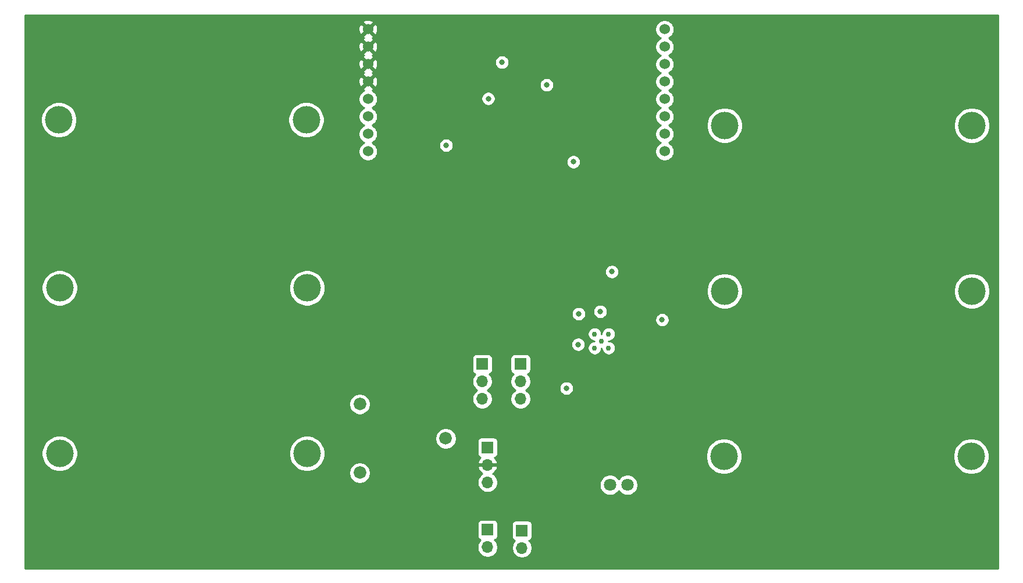
<source format=gbr>
G04 #@! TF.GenerationSoftware,KiCad,Pcbnew,(5.1.5)-3*
G04 #@! TF.CreationDate,2020-04-08T11:42:18+02:00*
G04 #@! TF.ProjectId,sensing_PMU,73656e73-696e-4675-9f50-4d552e6b6963,0.0*
G04 #@! TF.SameCoordinates,Original*
G04 #@! TF.FileFunction,Copper,L3,Inr*
G04 #@! TF.FilePolarity,Positive*
%FSLAX46Y46*%
G04 Gerber Fmt 4.6, Leading zero omitted, Abs format (unit mm)*
G04 Created by KiCad (PCBNEW (5.1.5)-3) date 2020-04-08 11:42:18*
%MOMM*%
%LPD*%
G04 APERTURE LIST*
%ADD10C,1.524000*%
%ADD11C,1.800000*%
%ADD12C,4.000000*%
%ADD13O,1.700000X1.700000*%
%ADD14R,1.700000X1.700000*%
%ADD15C,1.830000*%
%ADD16C,0.758000*%
%ADD17C,0.800000*%
%ADD18C,0.254000*%
G04 APERTURE END LIST*
D10*
X141700000Y-42800000D03*
X141700000Y-45340000D03*
X141700000Y-47880000D03*
X141700000Y-50420000D03*
X141700000Y-52960000D03*
X141700000Y-55500000D03*
X141700000Y-58040000D03*
X141700000Y-60580000D03*
X184880000Y-42800000D03*
X184880000Y-45340000D03*
X184880000Y-47880000D03*
X184880000Y-50420000D03*
X184880000Y-52960000D03*
X184880000Y-55500000D03*
X184880000Y-58040000D03*
X184880000Y-60580000D03*
D11*
X176930000Y-109170000D03*
X179470000Y-109170000D03*
D12*
X193600000Y-56800000D03*
X229600000Y-56800000D03*
X193600000Y-80920000D03*
X229600000Y-80920000D03*
X193500000Y-105000000D03*
X229500000Y-105000000D03*
X132800000Y-104600000D03*
X96800000Y-104600000D03*
X132800000Y-80480000D03*
X96800000Y-80480000D03*
X96700000Y-56000000D03*
X132700000Y-56000000D03*
D13*
X164100000Y-118340000D03*
D14*
X164100000Y-115800000D03*
D13*
X159100000Y-118240000D03*
D14*
X159100000Y-115700000D03*
D15*
X140500000Y-107400000D03*
X140500000Y-97400000D03*
X153000000Y-102400000D03*
D13*
X163900000Y-96640000D03*
X163900000Y-94100000D03*
D14*
X163900000Y-91560000D03*
D13*
X159100000Y-108780000D03*
X159100000Y-106240000D03*
D14*
X159100000Y-103700000D03*
D13*
X158320000Y-96640000D03*
X158320000Y-94100000D03*
D14*
X158320000Y-91560000D03*
D16*
X176716000Y-87184000D03*
X174684000Y-87184000D03*
X174684000Y-89216000D03*
X176716000Y-89216000D03*
X175700000Y-88200000D03*
D17*
X171600000Y-62100000D03*
X184500000Y-85110000D03*
X177200000Y-78100000D03*
X167690000Y-50910000D03*
X159200000Y-52900000D03*
X170580000Y-95090000D03*
X172350000Y-84250000D03*
X152200000Y-52300000D03*
X167667500Y-49322500D03*
X153070000Y-59700000D03*
X161200000Y-47600000D03*
X175500000Y-83900000D03*
X172300000Y-88700000D03*
D18*
G36*
X233405001Y-121305000D02*
G01*
X91795000Y-121305000D01*
X91795000Y-114850000D01*
X157611928Y-114850000D01*
X157611928Y-116550000D01*
X157624188Y-116674482D01*
X157660498Y-116794180D01*
X157719463Y-116904494D01*
X157798815Y-117001185D01*
X157895506Y-117080537D01*
X158005820Y-117139502D01*
X158078380Y-117161513D01*
X157946525Y-117293368D01*
X157784010Y-117536589D01*
X157672068Y-117806842D01*
X157615000Y-118093740D01*
X157615000Y-118386260D01*
X157672068Y-118673158D01*
X157784010Y-118943411D01*
X157946525Y-119186632D01*
X158153368Y-119393475D01*
X158396589Y-119555990D01*
X158666842Y-119667932D01*
X158953740Y-119725000D01*
X159246260Y-119725000D01*
X159533158Y-119667932D01*
X159803411Y-119555990D01*
X160046632Y-119393475D01*
X160253475Y-119186632D01*
X160415990Y-118943411D01*
X160527932Y-118673158D01*
X160585000Y-118386260D01*
X160585000Y-118093740D01*
X160527932Y-117806842D01*
X160415990Y-117536589D01*
X160253475Y-117293368D01*
X160121620Y-117161513D01*
X160194180Y-117139502D01*
X160304494Y-117080537D01*
X160401185Y-117001185D01*
X160480537Y-116904494D01*
X160539502Y-116794180D01*
X160575812Y-116674482D01*
X160588072Y-116550000D01*
X160588072Y-114950000D01*
X162611928Y-114950000D01*
X162611928Y-116650000D01*
X162624188Y-116774482D01*
X162660498Y-116894180D01*
X162719463Y-117004494D01*
X162798815Y-117101185D01*
X162895506Y-117180537D01*
X163005820Y-117239502D01*
X163078380Y-117261513D01*
X162946525Y-117393368D01*
X162784010Y-117636589D01*
X162672068Y-117906842D01*
X162615000Y-118193740D01*
X162615000Y-118486260D01*
X162672068Y-118773158D01*
X162784010Y-119043411D01*
X162946525Y-119286632D01*
X163153368Y-119493475D01*
X163396589Y-119655990D01*
X163666842Y-119767932D01*
X163953740Y-119825000D01*
X164246260Y-119825000D01*
X164533158Y-119767932D01*
X164803411Y-119655990D01*
X165046632Y-119493475D01*
X165253475Y-119286632D01*
X165415990Y-119043411D01*
X165527932Y-118773158D01*
X165585000Y-118486260D01*
X165585000Y-118193740D01*
X165527932Y-117906842D01*
X165415990Y-117636589D01*
X165253475Y-117393368D01*
X165121620Y-117261513D01*
X165194180Y-117239502D01*
X165304494Y-117180537D01*
X165401185Y-117101185D01*
X165480537Y-117004494D01*
X165539502Y-116894180D01*
X165575812Y-116774482D01*
X165588072Y-116650000D01*
X165588072Y-114950000D01*
X165575812Y-114825518D01*
X165539502Y-114705820D01*
X165480537Y-114595506D01*
X165401185Y-114498815D01*
X165304494Y-114419463D01*
X165194180Y-114360498D01*
X165074482Y-114324188D01*
X164950000Y-114311928D01*
X163250000Y-114311928D01*
X163125518Y-114324188D01*
X163005820Y-114360498D01*
X162895506Y-114419463D01*
X162798815Y-114498815D01*
X162719463Y-114595506D01*
X162660498Y-114705820D01*
X162624188Y-114825518D01*
X162611928Y-114950000D01*
X160588072Y-114950000D01*
X160588072Y-114850000D01*
X160575812Y-114725518D01*
X160539502Y-114605820D01*
X160480537Y-114495506D01*
X160401185Y-114398815D01*
X160304494Y-114319463D01*
X160194180Y-114260498D01*
X160074482Y-114224188D01*
X159950000Y-114211928D01*
X158250000Y-114211928D01*
X158125518Y-114224188D01*
X158005820Y-114260498D01*
X157895506Y-114319463D01*
X157798815Y-114398815D01*
X157719463Y-114495506D01*
X157660498Y-114605820D01*
X157624188Y-114725518D01*
X157611928Y-114850000D01*
X91795000Y-114850000D01*
X91795000Y-107247338D01*
X138950000Y-107247338D01*
X138950000Y-107552662D01*
X139009565Y-107852118D01*
X139126408Y-108134200D01*
X139296036Y-108388068D01*
X139511932Y-108603964D01*
X139765800Y-108773592D01*
X140047882Y-108890435D01*
X140347338Y-108950000D01*
X140652662Y-108950000D01*
X140952118Y-108890435D01*
X141234200Y-108773592D01*
X141443504Y-108633740D01*
X157615000Y-108633740D01*
X157615000Y-108926260D01*
X157672068Y-109213158D01*
X157784010Y-109483411D01*
X157946525Y-109726632D01*
X158153368Y-109933475D01*
X158396589Y-110095990D01*
X158666842Y-110207932D01*
X158953740Y-110265000D01*
X159246260Y-110265000D01*
X159533158Y-110207932D01*
X159803411Y-110095990D01*
X160046632Y-109933475D01*
X160253475Y-109726632D01*
X160415990Y-109483411D01*
X160527932Y-109213158D01*
X160566589Y-109018816D01*
X175395000Y-109018816D01*
X175395000Y-109321184D01*
X175453989Y-109617743D01*
X175569701Y-109897095D01*
X175737688Y-110148505D01*
X175951495Y-110362312D01*
X176202905Y-110530299D01*
X176482257Y-110646011D01*
X176778816Y-110705000D01*
X177081184Y-110705000D01*
X177377743Y-110646011D01*
X177657095Y-110530299D01*
X177908505Y-110362312D01*
X178122312Y-110148505D01*
X178200000Y-110032237D01*
X178277688Y-110148505D01*
X178491495Y-110362312D01*
X178742905Y-110530299D01*
X179022257Y-110646011D01*
X179318816Y-110705000D01*
X179621184Y-110705000D01*
X179917743Y-110646011D01*
X180197095Y-110530299D01*
X180448505Y-110362312D01*
X180662312Y-110148505D01*
X180830299Y-109897095D01*
X180946011Y-109617743D01*
X181005000Y-109321184D01*
X181005000Y-109018816D01*
X180946011Y-108722257D01*
X180830299Y-108442905D01*
X180662312Y-108191495D01*
X180448505Y-107977688D01*
X180197095Y-107809701D01*
X179917743Y-107693989D01*
X179621184Y-107635000D01*
X179318816Y-107635000D01*
X179022257Y-107693989D01*
X178742905Y-107809701D01*
X178491495Y-107977688D01*
X178277688Y-108191495D01*
X178200000Y-108307763D01*
X178122312Y-108191495D01*
X177908505Y-107977688D01*
X177657095Y-107809701D01*
X177377743Y-107693989D01*
X177081184Y-107635000D01*
X176778816Y-107635000D01*
X176482257Y-107693989D01*
X176202905Y-107809701D01*
X175951495Y-107977688D01*
X175737688Y-108191495D01*
X175569701Y-108442905D01*
X175453989Y-108722257D01*
X175395000Y-109018816D01*
X160566589Y-109018816D01*
X160585000Y-108926260D01*
X160585000Y-108633740D01*
X160527932Y-108346842D01*
X160415990Y-108076589D01*
X160253475Y-107833368D01*
X160046632Y-107626525D01*
X159864466Y-107504805D01*
X159981355Y-107435178D01*
X160197588Y-107240269D01*
X160371641Y-107006920D01*
X160496825Y-106744099D01*
X160541476Y-106596890D01*
X160420155Y-106367000D01*
X159227000Y-106367000D01*
X159227000Y-106387000D01*
X158973000Y-106387000D01*
X158973000Y-106367000D01*
X157779845Y-106367000D01*
X157658524Y-106596890D01*
X157703175Y-106744099D01*
X157828359Y-107006920D01*
X158002412Y-107240269D01*
X158218645Y-107435178D01*
X158335534Y-107504805D01*
X158153368Y-107626525D01*
X157946525Y-107833368D01*
X157784010Y-108076589D01*
X157672068Y-108346842D01*
X157615000Y-108633740D01*
X141443504Y-108633740D01*
X141488068Y-108603964D01*
X141703964Y-108388068D01*
X141873592Y-108134200D01*
X141990435Y-107852118D01*
X142050000Y-107552662D01*
X142050000Y-107247338D01*
X141990435Y-106947882D01*
X141873592Y-106665800D01*
X141703964Y-106411932D01*
X141488068Y-106196036D01*
X141234200Y-106026408D01*
X140952118Y-105909565D01*
X140652662Y-105850000D01*
X140347338Y-105850000D01*
X140047882Y-105909565D01*
X139765800Y-106026408D01*
X139511932Y-106196036D01*
X139296036Y-106411932D01*
X139126408Y-106665800D01*
X139009565Y-106947882D01*
X138950000Y-107247338D01*
X91795000Y-107247338D01*
X91795000Y-104340475D01*
X94165000Y-104340475D01*
X94165000Y-104859525D01*
X94266261Y-105368601D01*
X94464893Y-105848141D01*
X94753262Y-106279715D01*
X95120285Y-106646738D01*
X95551859Y-106935107D01*
X96031399Y-107133739D01*
X96540475Y-107235000D01*
X97059525Y-107235000D01*
X97568601Y-107133739D01*
X98048141Y-106935107D01*
X98479715Y-106646738D01*
X98846738Y-106279715D01*
X99135107Y-105848141D01*
X99333739Y-105368601D01*
X99435000Y-104859525D01*
X99435000Y-104340475D01*
X130165000Y-104340475D01*
X130165000Y-104859525D01*
X130266261Y-105368601D01*
X130464893Y-105848141D01*
X130753262Y-106279715D01*
X131120285Y-106646738D01*
X131551859Y-106935107D01*
X132031399Y-107133739D01*
X132540475Y-107235000D01*
X133059525Y-107235000D01*
X133568601Y-107133739D01*
X134048141Y-106935107D01*
X134479715Y-106646738D01*
X134846738Y-106279715D01*
X135135107Y-105848141D01*
X135333739Y-105368601D01*
X135435000Y-104859525D01*
X135435000Y-104340475D01*
X135333739Y-103831399D01*
X135135107Y-103351859D01*
X134846738Y-102920285D01*
X134479715Y-102553262D01*
X134048141Y-102264893D01*
X134005760Y-102247338D01*
X151450000Y-102247338D01*
X151450000Y-102552662D01*
X151509565Y-102852118D01*
X151626408Y-103134200D01*
X151796036Y-103388068D01*
X152011932Y-103603964D01*
X152265800Y-103773592D01*
X152547882Y-103890435D01*
X152847338Y-103950000D01*
X153152662Y-103950000D01*
X153452118Y-103890435D01*
X153734200Y-103773592D01*
X153988068Y-103603964D01*
X154203964Y-103388068D01*
X154373592Y-103134200D01*
X154490435Y-102852118D01*
X154490856Y-102850000D01*
X157611928Y-102850000D01*
X157611928Y-104550000D01*
X157624188Y-104674482D01*
X157660498Y-104794180D01*
X157719463Y-104904494D01*
X157798815Y-105001185D01*
X157895506Y-105080537D01*
X158005820Y-105139502D01*
X158086466Y-105163966D01*
X158002412Y-105239731D01*
X157828359Y-105473080D01*
X157703175Y-105735901D01*
X157658524Y-105883110D01*
X157779845Y-106113000D01*
X158973000Y-106113000D01*
X158973000Y-106093000D01*
X159227000Y-106093000D01*
X159227000Y-106113000D01*
X160420155Y-106113000D01*
X160541476Y-105883110D01*
X160496825Y-105735901D01*
X160371641Y-105473080D01*
X160197588Y-105239731D01*
X160113534Y-105163966D01*
X160194180Y-105139502D01*
X160304494Y-105080537D01*
X160401185Y-105001185D01*
X160480537Y-104904494D01*
X160539502Y-104794180D01*
X160555793Y-104740475D01*
X190865000Y-104740475D01*
X190865000Y-105259525D01*
X190966261Y-105768601D01*
X191164893Y-106248141D01*
X191453262Y-106679715D01*
X191820285Y-107046738D01*
X192251859Y-107335107D01*
X192731399Y-107533739D01*
X193240475Y-107635000D01*
X193759525Y-107635000D01*
X194268601Y-107533739D01*
X194748141Y-107335107D01*
X195179715Y-107046738D01*
X195546738Y-106679715D01*
X195835107Y-106248141D01*
X196033739Y-105768601D01*
X196135000Y-105259525D01*
X196135000Y-104740475D01*
X226865000Y-104740475D01*
X226865000Y-105259525D01*
X226966261Y-105768601D01*
X227164893Y-106248141D01*
X227453262Y-106679715D01*
X227820285Y-107046738D01*
X228251859Y-107335107D01*
X228731399Y-107533739D01*
X229240475Y-107635000D01*
X229759525Y-107635000D01*
X230268601Y-107533739D01*
X230748141Y-107335107D01*
X231179715Y-107046738D01*
X231546738Y-106679715D01*
X231835107Y-106248141D01*
X232033739Y-105768601D01*
X232135000Y-105259525D01*
X232135000Y-104740475D01*
X232033739Y-104231399D01*
X231835107Y-103751859D01*
X231546738Y-103320285D01*
X231179715Y-102953262D01*
X230748141Y-102664893D01*
X230268601Y-102466261D01*
X229759525Y-102365000D01*
X229240475Y-102365000D01*
X228731399Y-102466261D01*
X228251859Y-102664893D01*
X227820285Y-102953262D01*
X227453262Y-103320285D01*
X227164893Y-103751859D01*
X226966261Y-104231399D01*
X226865000Y-104740475D01*
X196135000Y-104740475D01*
X196033739Y-104231399D01*
X195835107Y-103751859D01*
X195546738Y-103320285D01*
X195179715Y-102953262D01*
X194748141Y-102664893D01*
X194268601Y-102466261D01*
X193759525Y-102365000D01*
X193240475Y-102365000D01*
X192731399Y-102466261D01*
X192251859Y-102664893D01*
X191820285Y-102953262D01*
X191453262Y-103320285D01*
X191164893Y-103751859D01*
X190966261Y-104231399D01*
X190865000Y-104740475D01*
X160555793Y-104740475D01*
X160575812Y-104674482D01*
X160588072Y-104550000D01*
X160588072Y-102850000D01*
X160575812Y-102725518D01*
X160539502Y-102605820D01*
X160480537Y-102495506D01*
X160401185Y-102398815D01*
X160304494Y-102319463D01*
X160194180Y-102260498D01*
X160074482Y-102224188D01*
X159950000Y-102211928D01*
X158250000Y-102211928D01*
X158125518Y-102224188D01*
X158005820Y-102260498D01*
X157895506Y-102319463D01*
X157798815Y-102398815D01*
X157719463Y-102495506D01*
X157660498Y-102605820D01*
X157624188Y-102725518D01*
X157611928Y-102850000D01*
X154490856Y-102850000D01*
X154550000Y-102552662D01*
X154550000Y-102247338D01*
X154490435Y-101947882D01*
X154373592Y-101665800D01*
X154203964Y-101411932D01*
X153988068Y-101196036D01*
X153734200Y-101026408D01*
X153452118Y-100909565D01*
X153152662Y-100850000D01*
X152847338Y-100850000D01*
X152547882Y-100909565D01*
X152265800Y-101026408D01*
X152011932Y-101196036D01*
X151796036Y-101411932D01*
X151626408Y-101665800D01*
X151509565Y-101947882D01*
X151450000Y-102247338D01*
X134005760Y-102247338D01*
X133568601Y-102066261D01*
X133059525Y-101965000D01*
X132540475Y-101965000D01*
X132031399Y-102066261D01*
X131551859Y-102264893D01*
X131120285Y-102553262D01*
X130753262Y-102920285D01*
X130464893Y-103351859D01*
X130266261Y-103831399D01*
X130165000Y-104340475D01*
X99435000Y-104340475D01*
X99333739Y-103831399D01*
X99135107Y-103351859D01*
X98846738Y-102920285D01*
X98479715Y-102553262D01*
X98048141Y-102264893D01*
X97568601Y-102066261D01*
X97059525Y-101965000D01*
X96540475Y-101965000D01*
X96031399Y-102066261D01*
X95551859Y-102264893D01*
X95120285Y-102553262D01*
X94753262Y-102920285D01*
X94464893Y-103351859D01*
X94266261Y-103831399D01*
X94165000Y-104340475D01*
X91795000Y-104340475D01*
X91795000Y-97247338D01*
X138950000Y-97247338D01*
X138950000Y-97552662D01*
X139009565Y-97852118D01*
X139126408Y-98134200D01*
X139296036Y-98388068D01*
X139511932Y-98603964D01*
X139765800Y-98773592D01*
X140047882Y-98890435D01*
X140347338Y-98950000D01*
X140652662Y-98950000D01*
X140952118Y-98890435D01*
X141234200Y-98773592D01*
X141488068Y-98603964D01*
X141703964Y-98388068D01*
X141873592Y-98134200D01*
X141990435Y-97852118D01*
X142050000Y-97552662D01*
X142050000Y-97247338D01*
X141990435Y-96947882D01*
X141873592Y-96665800D01*
X141703964Y-96411932D01*
X141488068Y-96196036D01*
X141234200Y-96026408D01*
X140952118Y-95909565D01*
X140652662Y-95850000D01*
X140347338Y-95850000D01*
X140047882Y-95909565D01*
X139765800Y-96026408D01*
X139511932Y-96196036D01*
X139296036Y-96411932D01*
X139126408Y-96665800D01*
X139009565Y-96947882D01*
X138950000Y-97247338D01*
X91795000Y-97247338D01*
X91795000Y-90710000D01*
X156831928Y-90710000D01*
X156831928Y-92410000D01*
X156844188Y-92534482D01*
X156880498Y-92654180D01*
X156939463Y-92764494D01*
X157018815Y-92861185D01*
X157115506Y-92940537D01*
X157225820Y-92999502D01*
X157298380Y-93021513D01*
X157166525Y-93153368D01*
X157004010Y-93396589D01*
X156892068Y-93666842D01*
X156835000Y-93953740D01*
X156835000Y-94246260D01*
X156892068Y-94533158D01*
X157004010Y-94803411D01*
X157166525Y-95046632D01*
X157373368Y-95253475D01*
X157547760Y-95370000D01*
X157373368Y-95486525D01*
X157166525Y-95693368D01*
X157004010Y-95936589D01*
X156892068Y-96206842D01*
X156835000Y-96493740D01*
X156835000Y-96786260D01*
X156892068Y-97073158D01*
X157004010Y-97343411D01*
X157166525Y-97586632D01*
X157373368Y-97793475D01*
X157616589Y-97955990D01*
X157886842Y-98067932D01*
X158173740Y-98125000D01*
X158466260Y-98125000D01*
X158753158Y-98067932D01*
X159023411Y-97955990D01*
X159266632Y-97793475D01*
X159473475Y-97586632D01*
X159635990Y-97343411D01*
X159747932Y-97073158D01*
X159805000Y-96786260D01*
X159805000Y-96493740D01*
X159747932Y-96206842D01*
X159635990Y-95936589D01*
X159473475Y-95693368D01*
X159266632Y-95486525D01*
X159092240Y-95370000D01*
X159266632Y-95253475D01*
X159473475Y-95046632D01*
X159635990Y-94803411D01*
X159747932Y-94533158D01*
X159805000Y-94246260D01*
X159805000Y-93953740D01*
X159747932Y-93666842D01*
X159635990Y-93396589D01*
X159473475Y-93153368D01*
X159341620Y-93021513D01*
X159414180Y-92999502D01*
X159524494Y-92940537D01*
X159621185Y-92861185D01*
X159700537Y-92764494D01*
X159759502Y-92654180D01*
X159795812Y-92534482D01*
X159808072Y-92410000D01*
X159808072Y-90710000D01*
X162411928Y-90710000D01*
X162411928Y-92410000D01*
X162424188Y-92534482D01*
X162460498Y-92654180D01*
X162519463Y-92764494D01*
X162598815Y-92861185D01*
X162695506Y-92940537D01*
X162805820Y-92999502D01*
X162878380Y-93021513D01*
X162746525Y-93153368D01*
X162584010Y-93396589D01*
X162472068Y-93666842D01*
X162415000Y-93953740D01*
X162415000Y-94246260D01*
X162472068Y-94533158D01*
X162584010Y-94803411D01*
X162746525Y-95046632D01*
X162953368Y-95253475D01*
X163127760Y-95370000D01*
X162953368Y-95486525D01*
X162746525Y-95693368D01*
X162584010Y-95936589D01*
X162472068Y-96206842D01*
X162415000Y-96493740D01*
X162415000Y-96786260D01*
X162472068Y-97073158D01*
X162584010Y-97343411D01*
X162746525Y-97586632D01*
X162953368Y-97793475D01*
X163196589Y-97955990D01*
X163466842Y-98067932D01*
X163753740Y-98125000D01*
X164046260Y-98125000D01*
X164333158Y-98067932D01*
X164603411Y-97955990D01*
X164846632Y-97793475D01*
X165053475Y-97586632D01*
X165215990Y-97343411D01*
X165327932Y-97073158D01*
X165385000Y-96786260D01*
X165385000Y-96493740D01*
X165327932Y-96206842D01*
X165215990Y-95936589D01*
X165053475Y-95693368D01*
X164846632Y-95486525D01*
X164672240Y-95370000D01*
X164846632Y-95253475D01*
X165053475Y-95046632D01*
X165092610Y-94988061D01*
X169545000Y-94988061D01*
X169545000Y-95191939D01*
X169584774Y-95391898D01*
X169662795Y-95580256D01*
X169776063Y-95749774D01*
X169920226Y-95893937D01*
X170089744Y-96007205D01*
X170278102Y-96085226D01*
X170478061Y-96125000D01*
X170681939Y-96125000D01*
X170881898Y-96085226D01*
X171070256Y-96007205D01*
X171239774Y-95893937D01*
X171383937Y-95749774D01*
X171497205Y-95580256D01*
X171575226Y-95391898D01*
X171615000Y-95191939D01*
X171615000Y-94988061D01*
X171575226Y-94788102D01*
X171497205Y-94599744D01*
X171383937Y-94430226D01*
X171239774Y-94286063D01*
X171070256Y-94172795D01*
X170881898Y-94094774D01*
X170681939Y-94055000D01*
X170478061Y-94055000D01*
X170278102Y-94094774D01*
X170089744Y-94172795D01*
X169920226Y-94286063D01*
X169776063Y-94430226D01*
X169662795Y-94599744D01*
X169584774Y-94788102D01*
X169545000Y-94988061D01*
X165092610Y-94988061D01*
X165215990Y-94803411D01*
X165327932Y-94533158D01*
X165385000Y-94246260D01*
X165385000Y-93953740D01*
X165327932Y-93666842D01*
X165215990Y-93396589D01*
X165053475Y-93153368D01*
X164921620Y-93021513D01*
X164994180Y-92999502D01*
X165104494Y-92940537D01*
X165201185Y-92861185D01*
X165280537Y-92764494D01*
X165339502Y-92654180D01*
X165375812Y-92534482D01*
X165388072Y-92410000D01*
X165388072Y-90710000D01*
X165375812Y-90585518D01*
X165339502Y-90465820D01*
X165280537Y-90355506D01*
X165201185Y-90258815D01*
X165104494Y-90179463D01*
X164994180Y-90120498D01*
X164874482Y-90084188D01*
X164750000Y-90071928D01*
X163050000Y-90071928D01*
X162925518Y-90084188D01*
X162805820Y-90120498D01*
X162695506Y-90179463D01*
X162598815Y-90258815D01*
X162519463Y-90355506D01*
X162460498Y-90465820D01*
X162424188Y-90585518D01*
X162411928Y-90710000D01*
X159808072Y-90710000D01*
X159795812Y-90585518D01*
X159759502Y-90465820D01*
X159700537Y-90355506D01*
X159621185Y-90258815D01*
X159524494Y-90179463D01*
X159414180Y-90120498D01*
X159294482Y-90084188D01*
X159170000Y-90071928D01*
X157470000Y-90071928D01*
X157345518Y-90084188D01*
X157225820Y-90120498D01*
X157115506Y-90179463D01*
X157018815Y-90258815D01*
X156939463Y-90355506D01*
X156880498Y-90465820D01*
X156844188Y-90585518D01*
X156831928Y-90710000D01*
X91795000Y-90710000D01*
X91795000Y-88598061D01*
X171265000Y-88598061D01*
X171265000Y-88801939D01*
X171304774Y-89001898D01*
X171382795Y-89190256D01*
X171496063Y-89359774D01*
X171640226Y-89503937D01*
X171809744Y-89617205D01*
X171998102Y-89695226D01*
X172198061Y-89735000D01*
X172401939Y-89735000D01*
X172601898Y-89695226D01*
X172790256Y-89617205D01*
X172959774Y-89503937D01*
X173103937Y-89359774D01*
X173217205Y-89190256D01*
X173295226Y-89001898D01*
X173335000Y-88801939D01*
X173335000Y-88598061D01*
X173295226Y-88398102D01*
X173217205Y-88209744D01*
X173103937Y-88040226D01*
X172959774Y-87896063D01*
X172790256Y-87782795D01*
X172601898Y-87704774D01*
X172401939Y-87665000D01*
X172198061Y-87665000D01*
X171998102Y-87704774D01*
X171809744Y-87782795D01*
X171640226Y-87896063D01*
X171496063Y-88040226D01*
X171382795Y-88209744D01*
X171304774Y-88398102D01*
X171265000Y-88598061D01*
X91795000Y-88598061D01*
X91795000Y-87084130D01*
X173670000Y-87084130D01*
X173670000Y-87283870D01*
X173708968Y-87479773D01*
X173785405Y-87664309D01*
X173896375Y-87830387D01*
X174037613Y-87971625D01*
X174203691Y-88082595D01*
X174388227Y-88159032D01*
X174584130Y-88198000D01*
X174686000Y-88198000D01*
X174686000Y-88202000D01*
X174584130Y-88202000D01*
X174388227Y-88240968D01*
X174203691Y-88317405D01*
X174037613Y-88428375D01*
X173896375Y-88569613D01*
X173785405Y-88735691D01*
X173708968Y-88920227D01*
X173670000Y-89116130D01*
X173670000Y-89315870D01*
X173708968Y-89511773D01*
X173785405Y-89696309D01*
X173896375Y-89862387D01*
X174037613Y-90003625D01*
X174203691Y-90114595D01*
X174388227Y-90191032D01*
X174584130Y-90230000D01*
X174783870Y-90230000D01*
X174979773Y-90191032D01*
X175164309Y-90114595D01*
X175330387Y-90003625D01*
X175471625Y-89862387D01*
X175582595Y-89696309D01*
X175659032Y-89511773D01*
X175698000Y-89315870D01*
X175698000Y-89214000D01*
X175702000Y-89214000D01*
X175702000Y-89315870D01*
X175740968Y-89511773D01*
X175817405Y-89696309D01*
X175928375Y-89862387D01*
X176069613Y-90003625D01*
X176235691Y-90114595D01*
X176420227Y-90191032D01*
X176616130Y-90230000D01*
X176815870Y-90230000D01*
X177011773Y-90191032D01*
X177196309Y-90114595D01*
X177362387Y-90003625D01*
X177503625Y-89862387D01*
X177614595Y-89696309D01*
X177691032Y-89511773D01*
X177730000Y-89315870D01*
X177730000Y-89116130D01*
X177691032Y-88920227D01*
X177614595Y-88735691D01*
X177503625Y-88569613D01*
X177362387Y-88428375D01*
X177196309Y-88317405D01*
X177011773Y-88240968D01*
X176815870Y-88202000D01*
X176714000Y-88202000D01*
X176714000Y-88198000D01*
X176815870Y-88198000D01*
X177011773Y-88159032D01*
X177196309Y-88082595D01*
X177362387Y-87971625D01*
X177503625Y-87830387D01*
X177614595Y-87664309D01*
X177691032Y-87479773D01*
X177730000Y-87283870D01*
X177730000Y-87084130D01*
X177691032Y-86888227D01*
X177614595Y-86703691D01*
X177503625Y-86537613D01*
X177362387Y-86396375D01*
X177196309Y-86285405D01*
X177011773Y-86208968D01*
X176815870Y-86170000D01*
X176616130Y-86170000D01*
X176420227Y-86208968D01*
X176235691Y-86285405D01*
X176069613Y-86396375D01*
X175928375Y-86537613D01*
X175817405Y-86703691D01*
X175740968Y-86888227D01*
X175702000Y-87084130D01*
X175702000Y-87186000D01*
X175698000Y-87186000D01*
X175698000Y-87084130D01*
X175659032Y-86888227D01*
X175582595Y-86703691D01*
X175471625Y-86537613D01*
X175330387Y-86396375D01*
X175164309Y-86285405D01*
X174979773Y-86208968D01*
X174783870Y-86170000D01*
X174584130Y-86170000D01*
X174388227Y-86208968D01*
X174203691Y-86285405D01*
X174037613Y-86396375D01*
X173896375Y-86537613D01*
X173785405Y-86703691D01*
X173708968Y-86888227D01*
X173670000Y-87084130D01*
X91795000Y-87084130D01*
X91795000Y-84148061D01*
X171315000Y-84148061D01*
X171315000Y-84351939D01*
X171354774Y-84551898D01*
X171432795Y-84740256D01*
X171546063Y-84909774D01*
X171690226Y-85053937D01*
X171859744Y-85167205D01*
X172048102Y-85245226D01*
X172248061Y-85285000D01*
X172451939Y-85285000D01*
X172651898Y-85245226D01*
X172840256Y-85167205D01*
X173009774Y-85053937D01*
X173055650Y-85008061D01*
X183465000Y-85008061D01*
X183465000Y-85211939D01*
X183504774Y-85411898D01*
X183582795Y-85600256D01*
X183696063Y-85769774D01*
X183840226Y-85913937D01*
X184009744Y-86027205D01*
X184198102Y-86105226D01*
X184398061Y-86145000D01*
X184601939Y-86145000D01*
X184801898Y-86105226D01*
X184990256Y-86027205D01*
X185159774Y-85913937D01*
X185303937Y-85769774D01*
X185417205Y-85600256D01*
X185495226Y-85411898D01*
X185535000Y-85211939D01*
X185535000Y-85008061D01*
X185495226Y-84808102D01*
X185417205Y-84619744D01*
X185303937Y-84450226D01*
X185159774Y-84306063D01*
X184990256Y-84192795D01*
X184801898Y-84114774D01*
X184601939Y-84075000D01*
X184398061Y-84075000D01*
X184198102Y-84114774D01*
X184009744Y-84192795D01*
X183840226Y-84306063D01*
X183696063Y-84450226D01*
X183582795Y-84619744D01*
X183504774Y-84808102D01*
X183465000Y-85008061D01*
X173055650Y-85008061D01*
X173153937Y-84909774D01*
X173267205Y-84740256D01*
X173345226Y-84551898D01*
X173385000Y-84351939D01*
X173385000Y-84148061D01*
X173345226Y-83948102D01*
X173283077Y-83798061D01*
X174465000Y-83798061D01*
X174465000Y-84001939D01*
X174504774Y-84201898D01*
X174582795Y-84390256D01*
X174696063Y-84559774D01*
X174840226Y-84703937D01*
X175009744Y-84817205D01*
X175198102Y-84895226D01*
X175398061Y-84935000D01*
X175601939Y-84935000D01*
X175801898Y-84895226D01*
X175990256Y-84817205D01*
X176159774Y-84703937D01*
X176303937Y-84559774D01*
X176417205Y-84390256D01*
X176495226Y-84201898D01*
X176535000Y-84001939D01*
X176535000Y-83798061D01*
X176495226Y-83598102D01*
X176417205Y-83409744D01*
X176303937Y-83240226D01*
X176159774Y-83096063D01*
X175990256Y-82982795D01*
X175801898Y-82904774D01*
X175601939Y-82865000D01*
X175398061Y-82865000D01*
X175198102Y-82904774D01*
X175009744Y-82982795D01*
X174840226Y-83096063D01*
X174696063Y-83240226D01*
X174582795Y-83409744D01*
X174504774Y-83598102D01*
X174465000Y-83798061D01*
X173283077Y-83798061D01*
X173267205Y-83759744D01*
X173153937Y-83590226D01*
X173009774Y-83446063D01*
X172840256Y-83332795D01*
X172651898Y-83254774D01*
X172451939Y-83215000D01*
X172248061Y-83215000D01*
X172048102Y-83254774D01*
X171859744Y-83332795D01*
X171690226Y-83446063D01*
X171546063Y-83590226D01*
X171432795Y-83759744D01*
X171354774Y-83948102D01*
X171315000Y-84148061D01*
X91795000Y-84148061D01*
X91795000Y-80220475D01*
X94165000Y-80220475D01*
X94165000Y-80739525D01*
X94266261Y-81248601D01*
X94464893Y-81728141D01*
X94753262Y-82159715D01*
X95120285Y-82526738D01*
X95551859Y-82815107D01*
X96031399Y-83013739D01*
X96540475Y-83115000D01*
X97059525Y-83115000D01*
X97568601Y-83013739D01*
X98048141Y-82815107D01*
X98479715Y-82526738D01*
X98846738Y-82159715D01*
X99135107Y-81728141D01*
X99333739Y-81248601D01*
X99435000Y-80739525D01*
X99435000Y-80220475D01*
X130165000Y-80220475D01*
X130165000Y-80739525D01*
X130266261Y-81248601D01*
X130464893Y-81728141D01*
X130753262Y-82159715D01*
X131120285Y-82526738D01*
X131551859Y-82815107D01*
X132031399Y-83013739D01*
X132540475Y-83115000D01*
X133059525Y-83115000D01*
X133568601Y-83013739D01*
X134048141Y-82815107D01*
X134479715Y-82526738D01*
X134846738Y-82159715D01*
X135135107Y-81728141D01*
X135333739Y-81248601D01*
X135435000Y-80739525D01*
X135435000Y-80660475D01*
X190965000Y-80660475D01*
X190965000Y-81179525D01*
X191066261Y-81688601D01*
X191264893Y-82168141D01*
X191553262Y-82599715D01*
X191920285Y-82966738D01*
X192351859Y-83255107D01*
X192831399Y-83453739D01*
X193340475Y-83555000D01*
X193859525Y-83555000D01*
X194368601Y-83453739D01*
X194848141Y-83255107D01*
X195279715Y-82966738D01*
X195646738Y-82599715D01*
X195935107Y-82168141D01*
X196133739Y-81688601D01*
X196235000Y-81179525D01*
X196235000Y-80660475D01*
X226965000Y-80660475D01*
X226965000Y-81179525D01*
X227066261Y-81688601D01*
X227264893Y-82168141D01*
X227553262Y-82599715D01*
X227920285Y-82966738D01*
X228351859Y-83255107D01*
X228831399Y-83453739D01*
X229340475Y-83555000D01*
X229859525Y-83555000D01*
X230368601Y-83453739D01*
X230848141Y-83255107D01*
X231279715Y-82966738D01*
X231646738Y-82599715D01*
X231935107Y-82168141D01*
X232133739Y-81688601D01*
X232235000Y-81179525D01*
X232235000Y-80660475D01*
X232133739Y-80151399D01*
X231935107Y-79671859D01*
X231646738Y-79240285D01*
X231279715Y-78873262D01*
X230848141Y-78584893D01*
X230368601Y-78386261D01*
X229859525Y-78285000D01*
X229340475Y-78285000D01*
X228831399Y-78386261D01*
X228351859Y-78584893D01*
X227920285Y-78873262D01*
X227553262Y-79240285D01*
X227264893Y-79671859D01*
X227066261Y-80151399D01*
X226965000Y-80660475D01*
X196235000Y-80660475D01*
X196133739Y-80151399D01*
X195935107Y-79671859D01*
X195646738Y-79240285D01*
X195279715Y-78873262D01*
X194848141Y-78584893D01*
X194368601Y-78386261D01*
X193859525Y-78285000D01*
X193340475Y-78285000D01*
X192831399Y-78386261D01*
X192351859Y-78584893D01*
X191920285Y-78873262D01*
X191553262Y-79240285D01*
X191264893Y-79671859D01*
X191066261Y-80151399D01*
X190965000Y-80660475D01*
X135435000Y-80660475D01*
X135435000Y-80220475D01*
X135333739Y-79711399D01*
X135135107Y-79231859D01*
X134846738Y-78800285D01*
X134479715Y-78433262D01*
X134048141Y-78144893D01*
X133693658Y-77998061D01*
X176165000Y-77998061D01*
X176165000Y-78201939D01*
X176204774Y-78401898D01*
X176282795Y-78590256D01*
X176396063Y-78759774D01*
X176540226Y-78903937D01*
X176709744Y-79017205D01*
X176898102Y-79095226D01*
X177098061Y-79135000D01*
X177301939Y-79135000D01*
X177501898Y-79095226D01*
X177690256Y-79017205D01*
X177859774Y-78903937D01*
X178003937Y-78759774D01*
X178117205Y-78590256D01*
X178195226Y-78401898D01*
X178235000Y-78201939D01*
X178235000Y-77998061D01*
X178195226Y-77798102D01*
X178117205Y-77609744D01*
X178003937Y-77440226D01*
X177859774Y-77296063D01*
X177690256Y-77182795D01*
X177501898Y-77104774D01*
X177301939Y-77065000D01*
X177098061Y-77065000D01*
X176898102Y-77104774D01*
X176709744Y-77182795D01*
X176540226Y-77296063D01*
X176396063Y-77440226D01*
X176282795Y-77609744D01*
X176204774Y-77798102D01*
X176165000Y-77998061D01*
X133693658Y-77998061D01*
X133568601Y-77946261D01*
X133059525Y-77845000D01*
X132540475Y-77845000D01*
X132031399Y-77946261D01*
X131551859Y-78144893D01*
X131120285Y-78433262D01*
X130753262Y-78800285D01*
X130464893Y-79231859D01*
X130266261Y-79711399D01*
X130165000Y-80220475D01*
X99435000Y-80220475D01*
X99333739Y-79711399D01*
X99135107Y-79231859D01*
X98846738Y-78800285D01*
X98479715Y-78433262D01*
X98048141Y-78144893D01*
X97568601Y-77946261D01*
X97059525Y-77845000D01*
X96540475Y-77845000D01*
X96031399Y-77946261D01*
X95551859Y-78144893D01*
X95120285Y-78433262D01*
X94753262Y-78800285D01*
X94464893Y-79231859D01*
X94266261Y-79711399D01*
X94165000Y-80220475D01*
X91795000Y-80220475D01*
X91795000Y-61998061D01*
X170565000Y-61998061D01*
X170565000Y-62201939D01*
X170604774Y-62401898D01*
X170682795Y-62590256D01*
X170796063Y-62759774D01*
X170940226Y-62903937D01*
X171109744Y-63017205D01*
X171298102Y-63095226D01*
X171498061Y-63135000D01*
X171701939Y-63135000D01*
X171901898Y-63095226D01*
X172090256Y-63017205D01*
X172259774Y-62903937D01*
X172403937Y-62759774D01*
X172517205Y-62590256D01*
X172595226Y-62401898D01*
X172635000Y-62201939D01*
X172635000Y-61998061D01*
X172595226Y-61798102D01*
X172517205Y-61609744D01*
X172403937Y-61440226D01*
X172259774Y-61296063D01*
X172090256Y-61182795D01*
X171901898Y-61104774D01*
X171701939Y-61065000D01*
X171498061Y-61065000D01*
X171298102Y-61104774D01*
X171109744Y-61182795D01*
X170940226Y-61296063D01*
X170796063Y-61440226D01*
X170682795Y-61609744D01*
X170604774Y-61798102D01*
X170565000Y-61998061D01*
X91795000Y-61998061D01*
X91795000Y-55740475D01*
X94065000Y-55740475D01*
X94065000Y-56259525D01*
X94166261Y-56768601D01*
X94364893Y-57248141D01*
X94653262Y-57679715D01*
X95020285Y-58046738D01*
X95451859Y-58335107D01*
X95931399Y-58533739D01*
X96440475Y-58635000D01*
X96959525Y-58635000D01*
X97468601Y-58533739D01*
X97948141Y-58335107D01*
X98379715Y-58046738D01*
X98746738Y-57679715D01*
X99035107Y-57248141D01*
X99233739Y-56768601D01*
X99335000Y-56259525D01*
X99335000Y-55740475D01*
X130065000Y-55740475D01*
X130065000Y-56259525D01*
X130166261Y-56768601D01*
X130364893Y-57248141D01*
X130653262Y-57679715D01*
X131020285Y-58046738D01*
X131451859Y-58335107D01*
X131931399Y-58533739D01*
X132440475Y-58635000D01*
X132959525Y-58635000D01*
X133468601Y-58533739D01*
X133948141Y-58335107D01*
X134379715Y-58046738D01*
X134746738Y-57679715D01*
X135035107Y-57248141D01*
X135233739Y-56768601D01*
X135335000Y-56259525D01*
X135335000Y-55740475D01*
X135233739Y-55231399D01*
X135035107Y-54751859D01*
X134746738Y-54320285D01*
X134379715Y-53953262D01*
X133948141Y-53664893D01*
X133468601Y-53466261D01*
X132959525Y-53365000D01*
X132440475Y-53365000D01*
X131931399Y-53466261D01*
X131451859Y-53664893D01*
X131020285Y-53953262D01*
X130653262Y-54320285D01*
X130364893Y-54751859D01*
X130166261Y-55231399D01*
X130065000Y-55740475D01*
X99335000Y-55740475D01*
X99233739Y-55231399D01*
X99035107Y-54751859D01*
X98746738Y-54320285D01*
X98379715Y-53953262D01*
X97948141Y-53664893D01*
X97468601Y-53466261D01*
X96959525Y-53365000D01*
X96440475Y-53365000D01*
X95931399Y-53466261D01*
X95451859Y-53664893D01*
X95020285Y-53953262D01*
X94653262Y-54320285D01*
X94364893Y-54751859D01*
X94166261Y-55231399D01*
X94065000Y-55740475D01*
X91795000Y-55740475D01*
X91795000Y-52822408D01*
X140303000Y-52822408D01*
X140303000Y-53097592D01*
X140356686Y-53367490D01*
X140461995Y-53621727D01*
X140614880Y-53850535D01*
X140809465Y-54045120D01*
X141038273Y-54198005D01*
X141115515Y-54230000D01*
X141038273Y-54261995D01*
X140809465Y-54414880D01*
X140614880Y-54609465D01*
X140461995Y-54838273D01*
X140356686Y-55092510D01*
X140303000Y-55362408D01*
X140303000Y-55637592D01*
X140356686Y-55907490D01*
X140461995Y-56161727D01*
X140614880Y-56390535D01*
X140809465Y-56585120D01*
X141038273Y-56738005D01*
X141115515Y-56770000D01*
X141038273Y-56801995D01*
X140809465Y-56954880D01*
X140614880Y-57149465D01*
X140461995Y-57378273D01*
X140356686Y-57632510D01*
X140303000Y-57902408D01*
X140303000Y-58177592D01*
X140356686Y-58447490D01*
X140461995Y-58701727D01*
X140614880Y-58930535D01*
X140809465Y-59125120D01*
X141038273Y-59278005D01*
X141115515Y-59310000D01*
X141038273Y-59341995D01*
X140809465Y-59494880D01*
X140614880Y-59689465D01*
X140461995Y-59918273D01*
X140356686Y-60172510D01*
X140303000Y-60442408D01*
X140303000Y-60717592D01*
X140356686Y-60987490D01*
X140461995Y-61241727D01*
X140614880Y-61470535D01*
X140809465Y-61665120D01*
X141038273Y-61818005D01*
X141292510Y-61923314D01*
X141562408Y-61977000D01*
X141837592Y-61977000D01*
X142107490Y-61923314D01*
X142361727Y-61818005D01*
X142590535Y-61665120D01*
X142785120Y-61470535D01*
X142938005Y-61241727D01*
X143043314Y-60987490D01*
X143097000Y-60717592D01*
X143097000Y-60442408D01*
X143043314Y-60172510D01*
X142938005Y-59918273D01*
X142785120Y-59689465D01*
X142693716Y-59598061D01*
X152035000Y-59598061D01*
X152035000Y-59801939D01*
X152074774Y-60001898D01*
X152152795Y-60190256D01*
X152266063Y-60359774D01*
X152410226Y-60503937D01*
X152579744Y-60617205D01*
X152768102Y-60695226D01*
X152968061Y-60735000D01*
X153171939Y-60735000D01*
X153371898Y-60695226D01*
X153560256Y-60617205D01*
X153729774Y-60503937D01*
X153873937Y-60359774D01*
X153987205Y-60190256D01*
X154065226Y-60001898D01*
X154105000Y-59801939D01*
X154105000Y-59598061D01*
X154065226Y-59398102D01*
X153987205Y-59209744D01*
X153873937Y-59040226D01*
X153729774Y-58896063D01*
X153560256Y-58782795D01*
X153371898Y-58704774D01*
X153171939Y-58665000D01*
X152968061Y-58665000D01*
X152768102Y-58704774D01*
X152579744Y-58782795D01*
X152410226Y-58896063D01*
X152266063Y-59040226D01*
X152152795Y-59209744D01*
X152074774Y-59398102D01*
X152035000Y-59598061D01*
X142693716Y-59598061D01*
X142590535Y-59494880D01*
X142361727Y-59341995D01*
X142284485Y-59310000D01*
X142361727Y-59278005D01*
X142590535Y-59125120D01*
X142785120Y-58930535D01*
X142938005Y-58701727D01*
X143043314Y-58447490D01*
X143097000Y-58177592D01*
X143097000Y-57902408D01*
X143043314Y-57632510D01*
X142938005Y-57378273D01*
X142785120Y-57149465D01*
X142590535Y-56954880D01*
X142361727Y-56801995D01*
X142284485Y-56770000D01*
X142361727Y-56738005D01*
X142590535Y-56585120D01*
X142785120Y-56390535D01*
X142938005Y-56161727D01*
X143043314Y-55907490D01*
X143097000Y-55637592D01*
X143097000Y-55362408D01*
X143043314Y-55092510D01*
X142938005Y-54838273D01*
X142785120Y-54609465D01*
X142590535Y-54414880D01*
X142361727Y-54261995D01*
X142284485Y-54230000D01*
X142361727Y-54198005D01*
X142590535Y-54045120D01*
X142785120Y-53850535D01*
X142938005Y-53621727D01*
X143043314Y-53367490D01*
X143097000Y-53097592D01*
X143097000Y-52822408D01*
X143092158Y-52798061D01*
X158165000Y-52798061D01*
X158165000Y-53001939D01*
X158204774Y-53201898D01*
X158282795Y-53390256D01*
X158396063Y-53559774D01*
X158540226Y-53703937D01*
X158709744Y-53817205D01*
X158898102Y-53895226D01*
X159098061Y-53935000D01*
X159301939Y-53935000D01*
X159501898Y-53895226D01*
X159690256Y-53817205D01*
X159859774Y-53703937D01*
X160003937Y-53559774D01*
X160117205Y-53390256D01*
X160195226Y-53201898D01*
X160235000Y-53001939D01*
X160235000Y-52798061D01*
X160195226Y-52598102D01*
X160117205Y-52409744D01*
X160003937Y-52240226D01*
X159859774Y-52096063D01*
X159690256Y-51982795D01*
X159501898Y-51904774D01*
X159301939Y-51865000D01*
X159098061Y-51865000D01*
X158898102Y-51904774D01*
X158709744Y-51982795D01*
X158540226Y-52096063D01*
X158396063Y-52240226D01*
X158282795Y-52409744D01*
X158204774Y-52598102D01*
X158165000Y-52798061D01*
X143092158Y-52798061D01*
X143043314Y-52552510D01*
X142938005Y-52298273D01*
X142785120Y-52069465D01*
X142590535Y-51874880D01*
X142361727Y-51721995D01*
X142290057Y-51692308D01*
X142303023Y-51687636D01*
X142418980Y-51625656D01*
X142485960Y-51385565D01*
X141700000Y-50599605D01*
X140914040Y-51385565D01*
X140981020Y-51625656D01*
X141116760Y-51689485D01*
X141038273Y-51721995D01*
X140809465Y-51874880D01*
X140614880Y-52069465D01*
X140461995Y-52298273D01*
X140356686Y-52552510D01*
X140303000Y-52822408D01*
X91795000Y-52822408D01*
X91795000Y-50492017D01*
X140298090Y-50492017D01*
X140339078Y-50764133D01*
X140432364Y-51023023D01*
X140494344Y-51138980D01*
X140734435Y-51205960D01*
X141520395Y-50420000D01*
X141879605Y-50420000D01*
X142665565Y-51205960D01*
X142905656Y-51138980D01*
X143022756Y-50889952D01*
X143043073Y-50808061D01*
X166655000Y-50808061D01*
X166655000Y-51011939D01*
X166694774Y-51211898D01*
X166772795Y-51400256D01*
X166886063Y-51569774D01*
X167030226Y-51713937D01*
X167199744Y-51827205D01*
X167388102Y-51905226D01*
X167588061Y-51945000D01*
X167791939Y-51945000D01*
X167991898Y-51905226D01*
X168180256Y-51827205D01*
X168349774Y-51713937D01*
X168493937Y-51569774D01*
X168607205Y-51400256D01*
X168685226Y-51211898D01*
X168725000Y-51011939D01*
X168725000Y-50808061D01*
X168685226Y-50608102D01*
X168607205Y-50419744D01*
X168493937Y-50250226D01*
X168349774Y-50106063D01*
X168180256Y-49992795D01*
X167991898Y-49914774D01*
X167791939Y-49875000D01*
X167588061Y-49875000D01*
X167388102Y-49914774D01*
X167199744Y-49992795D01*
X167030226Y-50106063D01*
X166886063Y-50250226D01*
X166772795Y-50419744D01*
X166694774Y-50608102D01*
X166655000Y-50808061D01*
X143043073Y-50808061D01*
X143089023Y-50622865D01*
X143101910Y-50347983D01*
X143060922Y-50075867D01*
X142967636Y-49816977D01*
X142905656Y-49701020D01*
X142665565Y-49634040D01*
X141879605Y-50420000D01*
X141520395Y-50420000D01*
X140734435Y-49634040D01*
X140494344Y-49701020D01*
X140377244Y-49950048D01*
X140310977Y-50217135D01*
X140298090Y-50492017D01*
X91795000Y-50492017D01*
X91795000Y-48845565D01*
X140914040Y-48845565D01*
X140981020Y-49085656D01*
X141111644Y-49147079D01*
X141096977Y-49152364D01*
X140981020Y-49214344D01*
X140914040Y-49454435D01*
X141700000Y-50240395D01*
X142485960Y-49454435D01*
X142418980Y-49214344D01*
X142288356Y-49152921D01*
X142303023Y-49147636D01*
X142418980Y-49085656D01*
X142485960Y-48845565D01*
X141700000Y-48059605D01*
X140914040Y-48845565D01*
X91795000Y-48845565D01*
X91795000Y-47952017D01*
X140298090Y-47952017D01*
X140339078Y-48224133D01*
X140432364Y-48483023D01*
X140494344Y-48598980D01*
X140734435Y-48665960D01*
X141520395Y-47880000D01*
X141879605Y-47880000D01*
X142665565Y-48665960D01*
X142905656Y-48598980D01*
X143022756Y-48349952D01*
X143089023Y-48082865D01*
X143101910Y-47807983D01*
X143060922Y-47535867D01*
X143047300Y-47498061D01*
X160165000Y-47498061D01*
X160165000Y-47701939D01*
X160204774Y-47901898D01*
X160282795Y-48090256D01*
X160396063Y-48259774D01*
X160540226Y-48403937D01*
X160709744Y-48517205D01*
X160898102Y-48595226D01*
X161098061Y-48635000D01*
X161301939Y-48635000D01*
X161501898Y-48595226D01*
X161690256Y-48517205D01*
X161859774Y-48403937D01*
X162003937Y-48259774D01*
X162117205Y-48090256D01*
X162195226Y-47901898D01*
X162235000Y-47701939D01*
X162235000Y-47498061D01*
X162195226Y-47298102D01*
X162117205Y-47109744D01*
X162003937Y-46940226D01*
X161859774Y-46796063D01*
X161690256Y-46682795D01*
X161501898Y-46604774D01*
X161301939Y-46565000D01*
X161098061Y-46565000D01*
X160898102Y-46604774D01*
X160709744Y-46682795D01*
X160540226Y-46796063D01*
X160396063Y-46940226D01*
X160282795Y-47109744D01*
X160204774Y-47298102D01*
X160165000Y-47498061D01*
X143047300Y-47498061D01*
X142967636Y-47276977D01*
X142905656Y-47161020D01*
X142665565Y-47094040D01*
X141879605Y-47880000D01*
X141520395Y-47880000D01*
X140734435Y-47094040D01*
X140494344Y-47161020D01*
X140377244Y-47410048D01*
X140310977Y-47677135D01*
X140298090Y-47952017D01*
X91795000Y-47952017D01*
X91795000Y-46305565D01*
X140914040Y-46305565D01*
X140981020Y-46545656D01*
X141111644Y-46607079D01*
X141096977Y-46612364D01*
X140981020Y-46674344D01*
X140914040Y-46914435D01*
X141700000Y-47700395D01*
X142485960Y-46914435D01*
X142418980Y-46674344D01*
X142288356Y-46612921D01*
X142303023Y-46607636D01*
X142418980Y-46545656D01*
X142485960Y-46305565D01*
X141700000Y-45519605D01*
X140914040Y-46305565D01*
X91795000Y-46305565D01*
X91795000Y-45412017D01*
X140298090Y-45412017D01*
X140339078Y-45684133D01*
X140432364Y-45943023D01*
X140494344Y-46058980D01*
X140734435Y-46125960D01*
X141520395Y-45340000D01*
X141879605Y-45340000D01*
X142665565Y-46125960D01*
X142905656Y-46058980D01*
X143022756Y-45809952D01*
X143089023Y-45542865D01*
X143101910Y-45267983D01*
X143060922Y-44995867D01*
X142967636Y-44736977D01*
X142905656Y-44621020D01*
X142665565Y-44554040D01*
X141879605Y-45340000D01*
X141520395Y-45340000D01*
X140734435Y-44554040D01*
X140494344Y-44621020D01*
X140377244Y-44870048D01*
X140310977Y-45137135D01*
X140298090Y-45412017D01*
X91795000Y-45412017D01*
X91795000Y-43765565D01*
X140914040Y-43765565D01*
X140981020Y-44005656D01*
X141111644Y-44067079D01*
X141096977Y-44072364D01*
X140981020Y-44134344D01*
X140914040Y-44374435D01*
X141700000Y-45160395D01*
X142485960Y-44374435D01*
X142418980Y-44134344D01*
X142288356Y-44072921D01*
X142303023Y-44067636D01*
X142418980Y-44005656D01*
X142485960Y-43765565D01*
X141700000Y-42979605D01*
X140914040Y-43765565D01*
X91795000Y-43765565D01*
X91795000Y-42872017D01*
X140298090Y-42872017D01*
X140339078Y-43144133D01*
X140432364Y-43403023D01*
X140494344Y-43518980D01*
X140734435Y-43585960D01*
X141520395Y-42800000D01*
X141879605Y-42800000D01*
X142665565Y-43585960D01*
X142905656Y-43518980D01*
X143022756Y-43269952D01*
X143089023Y-43002865D01*
X143101910Y-42727983D01*
X143092033Y-42662408D01*
X183483000Y-42662408D01*
X183483000Y-42937592D01*
X183536686Y-43207490D01*
X183641995Y-43461727D01*
X183794880Y-43690535D01*
X183989465Y-43885120D01*
X184218273Y-44038005D01*
X184295515Y-44070000D01*
X184218273Y-44101995D01*
X183989465Y-44254880D01*
X183794880Y-44449465D01*
X183641995Y-44678273D01*
X183536686Y-44932510D01*
X183483000Y-45202408D01*
X183483000Y-45477592D01*
X183536686Y-45747490D01*
X183641995Y-46001727D01*
X183794880Y-46230535D01*
X183989465Y-46425120D01*
X184218273Y-46578005D01*
X184295515Y-46610000D01*
X184218273Y-46641995D01*
X183989465Y-46794880D01*
X183794880Y-46989465D01*
X183641995Y-47218273D01*
X183536686Y-47472510D01*
X183483000Y-47742408D01*
X183483000Y-48017592D01*
X183536686Y-48287490D01*
X183641995Y-48541727D01*
X183794880Y-48770535D01*
X183989465Y-48965120D01*
X184218273Y-49118005D01*
X184295515Y-49150000D01*
X184218273Y-49181995D01*
X183989465Y-49334880D01*
X183794880Y-49529465D01*
X183641995Y-49758273D01*
X183536686Y-50012510D01*
X183483000Y-50282408D01*
X183483000Y-50557592D01*
X183536686Y-50827490D01*
X183641995Y-51081727D01*
X183794880Y-51310535D01*
X183989465Y-51505120D01*
X184218273Y-51658005D01*
X184295515Y-51690000D01*
X184218273Y-51721995D01*
X183989465Y-51874880D01*
X183794880Y-52069465D01*
X183641995Y-52298273D01*
X183536686Y-52552510D01*
X183483000Y-52822408D01*
X183483000Y-53097592D01*
X183536686Y-53367490D01*
X183641995Y-53621727D01*
X183794880Y-53850535D01*
X183989465Y-54045120D01*
X184218273Y-54198005D01*
X184295515Y-54230000D01*
X184218273Y-54261995D01*
X183989465Y-54414880D01*
X183794880Y-54609465D01*
X183641995Y-54838273D01*
X183536686Y-55092510D01*
X183483000Y-55362408D01*
X183483000Y-55637592D01*
X183536686Y-55907490D01*
X183641995Y-56161727D01*
X183794880Y-56390535D01*
X183989465Y-56585120D01*
X184218273Y-56738005D01*
X184295515Y-56770000D01*
X184218273Y-56801995D01*
X183989465Y-56954880D01*
X183794880Y-57149465D01*
X183641995Y-57378273D01*
X183536686Y-57632510D01*
X183483000Y-57902408D01*
X183483000Y-58177592D01*
X183536686Y-58447490D01*
X183641995Y-58701727D01*
X183794880Y-58930535D01*
X183989465Y-59125120D01*
X184218273Y-59278005D01*
X184295515Y-59310000D01*
X184218273Y-59341995D01*
X183989465Y-59494880D01*
X183794880Y-59689465D01*
X183641995Y-59918273D01*
X183536686Y-60172510D01*
X183483000Y-60442408D01*
X183483000Y-60717592D01*
X183536686Y-60987490D01*
X183641995Y-61241727D01*
X183794880Y-61470535D01*
X183989465Y-61665120D01*
X184218273Y-61818005D01*
X184472510Y-61923314D01*
X184742408Y-61977000D01*
X185017592Y-61977000D01*
X185287490Y-61923314D01*
X185541727Y-61818005D01*
X185770535Y-61665120D01*
X185965120Y-61470535D01*
X186118005Y-61241727D01*
X186223314Y-60987490D01*
X186277000Y-60717592D01*
X186277000Y-60442408D01*
X186223314Y-60172510D01*
X186118005Y-59918273D01*
X185965120Y-59689465D01*
X185770535Y-59494880D01*
X185541727Y-59341995D01*
X185464485Y-59310000D01*
X185541727Y-59278005D01*
X185770535Y-59125120D01*
X185965120Y-58930535D01*
X186118005Y-58701727D01*
X186223314Y-58447490D01*
X186277000Y-58177592D01*
X186277000Y-57902408D01*
X186223314Y-57632510D01*
X186118005Y-57378273D01*
X185965120Y-57149465D01*
X185770535Y-56954880D01*
X185541727Y-56801995D01*
X185464485Y-56770000D01*
X185541727Y-56738005D01*
X185770535Y-56585120D01*
X185815180Y-56540475D01*
X190965000Y-56540475D01*
X190965000Y-57059525D01*
X191066261Y-57568601D01*
X191264893Y-58048141D01*
X191553262Y-58479715D01*
X191920285Y-58846738D01*
X192351859Y-59135107D01*
X192831399Y-59333739D01*
X193340475Y-59435000D01*
X193859525Y-59435000D01*
X194368601Y-59333739D01*
X194848141Y-59135107D01*
X195279715Y-58846738D01*
X195646738Y-58479715D01*
X195935107Y-58048141D01*
X196133739Y-57568601D01*
X196235000Y-57059525D01*
X196235000Y-56540475D01*
X226965000Y-56540475D01*
X226965000Y-57059525D01*
X227066261Y-57568601D01*
X227264893Y-58048141D01*
X227553262Y-58479715D01*
X227920285Y-58846738D01*
X228351859Y-59135107D01*
X228831399Y-59333739D01*
X229340475Y-59435000D01*
X229859525Y-59435000D01*
X230368601Y-59333739D01*
X230848141Y-59135107D01*
X231279715Y-58846738D01*
X231646738Y-58479715D01*
X231935107Y-58048141D01*
X232133739Y-57568601D01*
X232235000Y-57059525D01*
X232235000Y-56540475D01*
X232133739Y-56031399D01*
X231935107Y-55551859D01*
X231646738Y-55120285D01*
X231279715Y-54753262D01*
X230848141Y-54464893D01*
X230368601Y-54266261D01*
X229859525Y-54165000D01*
X229340475Y-54165000D01*
X228831399Y-54266261D01*
X228351859Y-54464893D01*
X227920285Y-54753262D01*
X227553262Y-55120285D01*
X227264893Y-55551859D01*
X227066261Y-56031399D01*
X226965000Y-56540475D01*
X196235000Y-56540475D01*
X196133739Y-56031399D01*
X195935107Y-55551859D01*
X195646738Y-55120285D01*
X195279715Y-54753262D01*
X194848141Y-54464893D01*
X194368601Y-54266261D01*
X193859525Y-54165000D01*
X193340475Y-54165000D01*
X192831399Y-54266261D01*
X192351859Y-54464893D01*
X191920285Y-54753262D01*
X191553262Y-55120285D01*
X191264893Y-55551859D01*
X191066261Y-56031399D01*
X190965000Y-56540475D01*
X185815180Y-56540475D01*
X185965120Y-56390535D01*
X186118005Y-56161727D01*
X186223314Y-55907490D01*
X186277000Y-55637592D01*
X186277000Y-55362408D01*
X186223314Y-55092510D01*
X186118005Y-54838273D01*
X185965120Y-54609465D01*
X185770535Y-54414880D01*
X185541727Y-54261995D01*
X185464485Y-54230000D01*
X185541727Y-54198005D01*
X185770535Y-54045120D01*
X185965120Y-53850535D01*
X186118005Y-53621727D01*
X186223314Y-53367490D01*
X186277000Y-53097592D01*
X186277000Y-52822408D01*
X186223314Y-52552510D01*
X186118005Y-52298273D01*
X185965120Y-52069465D01*
X185770535Y-51874880D01*
X185541727Y-51721995D01*
X185464485Y-51690000D01*
X185541727Y-51658005D01*
X185770535Y-51505120D01*
X185965120Y-51310535D01*
X186118005Y-51081727D01*
X186223314Y-50827490D01*
X186277000Y-50557592D01*
X186277000Y-50282408D01*
X186223314Y-50012510D01*
X186118005Y-49758273D01*
X185965120Y-49529465D01*
X185770535Y-49334880D01*
X185541727Y-49181995D01*
X185464485Y-49150000D01*
X185541727Y-49118005D01*
X185770535Y-48965120D01*
X185965120Y-48770535D01*
X186118005Y-48541727D01*
X186223314Y-48287490D01*
X186277000Y-48017592D01*
X186277000Y-47742408D01*
X186223314Y-47472510D01*
X186118005Y-47218273D01*
X185965120Y-46989465D01*
X185770535Y-46794880D01*
X185541727Y-46641995D01*
X185464485Y-46610000D01*
X185541727Y-46578005D01*
X185770535Y-46425120D01*
X185965120Y-46230535D01*
X186118005Y-46001727D01*
X186223314Y-45747490D01*
X186277000Y-45477592D01*
X186277000Y-45202408D01*
X186223314Y-44932510D01*
X186118005Y-44678273D01*
X185965120Y-44449465D01*
X185770535Y-44254880D01*
X185541727Y-44101995D01*
X185464485Y-44070000D01*
X185541727Y-44038005D01*
X185770535Y-43885120D01*
X185965120Y-43690535D01*
X186118005Y-43461727D01*
X186223314Y-43207490D01*
X186277000Y-42937592D01*
X186277000Y-42662408D01*
X186223314Y-42392510D01*
X186118005Y-42138273D01*
X185965120Y-41909465D01*
X185770535Y-41714880D01*
X185541727Y-41561995D01*
X185287490Y-41456686D01*
X185017592Y-41403000D01*
X184742408Y-41403000D01*
X184472510Y-41456686D01*
X184218273Y-41561995D01*
X183989465Y-41714880D01*
X183794880Y-41909465D01*
X183641995Y-42138273D01*
X183536686Y-42392510D01*
X183483000Y-42662408D01*
X143092033Y-42662408D01*
X143060922Y-42455867D01*
X142967636Y-42196977D01*
X142905656Y-42081020D01*
X142665565Y-42014040D01*
X141879605Y-42800000D01*
X141520395Y-42800000D01*
X140734435Y-42014040D01*
X140494344Y-42081020D01*
X140377244Y-42330048D01*
X140310977Y-42597135D01*
X140298090Y-42872017D01*
X91795000Y-42872017D01*
X91795000Y-41834435D01*
X140914040Y-41834435D01*
X141700000Y-42620395D01*
X142485960Y-41834435D01*
X142418980Y-41594344D01*
X142169952Y-41477244D01*
X141902865Y-41410977D01*
X141627983Y-41398090D01*
X141355867Y-41439078D01*
X141096977Y-41532364D01*
X140981020Y-41594344D01*
X140914040Y-41834435D01*
X91795000Y-41834435D01*
X91795000Y-40695000D01*
X233405000Y-40695000D01*
X233405001Y-121305000D01*
G37*
X233405001Y-121305000D02*
X91795000Y-121305000D01*
X91795000Y-114850000D01*
X157611928Y-114850000D01*
X157611928Y-116550000D01*
X157624188Y-116674482D01*
X157660498Y-116794180D01*
X157719463Y-116904494D01*
X157798815Y-117001185D01*
X157895506Y-117080537D01*
X158005820Y-117139502D01*
X158078380Y-117161513D01*
X157946525Y-117293368D01*
X157784010Y-117536589D01*
X157672068Y-117806842D01*
X157615000Y-118093740D01*
X157615000Y-118386260D01*
X157672068Y-118673158D01*
X157784010Y-118943411D01*
X157946525Y-119186632D01*
X158153368Y-119393475D01*
X158396589Y-119555990D01*
X158666842Y-119667932D01*
X158953740Y-119725000D01*
X159246260Y-119725000D01*
X159533158Y-119667932D01*
X159803411Y-119555990D01*
X160046632Y-119393475D01*
X160253475Y-119186632D01*
X160415990Y-118943411D01*
X160527932Y-118673158D01*
X160585000Y-118386260D01*
X160585000Y-118093740D01*
X160527932Y-117806842D01*
X160415990Y-117536589D01*
X160253475Y-117293368D01*
X160121620Y-117161513D01*
X160194180Y-117139502D01*
X160304494Y-117080537D01*
X160401185Y-117001185D01*
X160480537Y-116904494D01*
X160539502Y-116794180D01*
X160575812Y-116674482D01*
X160588072Y-116550000D01*
X160588072Y-114950000D01*
X162611928Y-114950000D01*
X162611928Y-116650000D01*
X162624188Y-116774482D01*
X162660498Y-116894180D01*
X162719463Y-117004494D01*
X162798815Y-117101185D01*
X162895506Y-117180537D01*
X163005820Y-117239502D01*
X163078380Y-117261513D01*
X162946525Y-117393368D01*
X162784010Y-117636589D01*
X162672068Y-117906842D01*
X162615000Y-118193740D01*
X162615000Y-118486260D01*
X162672068Y-118773158D01*
X162784010Y-119043411D01*
X162946525Y-119286632D01*
X163153368Y-119493475D01*
X163396589Y-119655990D01*
X163666842Y-119767932D01*
X163953740Y-119825000D01*
X164246260Y-119825000D01*
X164533158Y-119767932D01*
X164803411Y-119655990D01*
X165046632Y-119493475D01*
X165253475Y-119286632D01*
X165415990Y-119043411D01*
X165527932Y-118773158D01*
X165585000Y-118486260D01*
X165585000Y-118193740D01*
X165527932Y-117906842D01*
X165415990Y-117636589D01*
X165253475Y-117393368D01*
X165121620Y-117261513D01*
X165194180Y-117239502D01*
X165304494Y-117180537D01*
X165401185Y-117101185D01*
X165480537Y-117004494D01*
X165539502Y-116894180D01*
X165575812Y-116774482D01*
X165588072Y-116650000D01*
X165588072Y-114950000D01*
X165575812Y-114825518D01*
X165539502Y-114705820D01*
X165480537Y-114595506D01*
X165401185Y-114498815D01*
X165304494Y-114419463D01*
X165194180Y-114360498D01*
X165074482Y-114324188D01*
X164950000Y-114311928D01*
X163250000Y-114311928D01*
X163125518Y-114324188D01*
X163005820Y-114360498D01*
X162895506Y-114419463D01*
X162798815Y-114498815D01*
X162719463Y-114595506D01*
X162660498Y-114705820D01*
X162624188Y-114825518D01*
X162611928Y-114950000D01*
X160588072Y-114950000D01*
X160588072Y-114850000D01*
X160575812Y-114725518D01*
X160539502Y-114605820D01*
X160480537Y-114495506D01*
X160401185Y-114398815D01*
X160304494Y-114319463D01*
X160194180Y-114260498D01*
X160074482Y-114224188D01*
X159950000Y-114211928D01*
X158250000Y-114211928D01*
X158125518Y-114224188D01*
X158005820Y-114260498D01*
X157895506Y-114319463D01*
X157798815Y-114398815D01*
X157719463Y-114495506D01*
X157660498Y-114605820D01*
X157624188Y-114725518D01*
X157611928Y-114850000D01*
X91795000Y-114850000D01*
X91795000Y-107247338D01*
X138950000Y-107247338D01*
X138950000Y-107552662D01*
X139009565Y-107852118D01*
X139126408Y-108134200D01*
X139296036Y-108388068D01*
X139511932Y-108603964D01*
X139765800Y-108773592D01*
X140047882Y-108890435D01*
X140347338Y-108950000D01*
X140652662Y-108950000D01*
X140952118Y-108890435D01*
X141234200Y-108773592D01*
X141443504Y-108633740D01*
X157615000Y-108633740D01*
X157615000Y-108926260D01*
X157672068Y-109213158D01*
X157784010Y-109483411D01*
X157946525Y-109726632D01*
X158153368Y-109933475D01*
X158396589Y-110095990D01*
X158666842Y-110207932D01*
X158953740Y-110265000D01*
X159246260Y-110265000D01*
X159533158Y-110207932D01*
X159803411Y-110095990D01*
X160046632Y-109933475D01*
X160253475Y-109726632D01*
X160415990Y-109483411D01*
X160527932Y-109213158D01*
X160566589Y-109018816D01*
X175395000Y-109018816D01*
X175395000Y-109321184D01*
X175453989Y-109617743D01*
X175569701Y-109897095D01*
X175737688Y-110148505D01*
X175951495Y-110362312D01*
X176202905Y-110530299D01*
X176482257Y-110646011D01*
X176778816Y-110705000D01*
X177081184Y-110705000D01*
X177377743Y-110646011D01*
X177657095Y-110530299D01*
X177908505Y-110362312D01*
X178122312Y-110148505D01*
X178200000Y-110032237D01*
X178277688Y-110148505D01*
X178491495Y-110362312D01*
X178742905Y-110530299D01*
X179022257Y-110646011D01*
X179318816Y-110705000D01*
X179621184Y-110705000D01*
X179917743Y-110646011D01*
X180197095Y-110530299D01*
X180448505Y-110362312D01*
X180662312Y-110148505D01*
X180830299Y-109897095D01*
X180946011Y-109617743D01*
X181005000Y-109321184D01*
X181005000Y-109018816D01*
X180946011Y-108722257D01*
X180830299Y-108442905D01*
X180662312Y-108191495D01*
X180448505Y-107977688D01*
X180197095Y-107809701D01*
X179917743Y-107693989D01*
X179621184Y-107635000D01*
X179318816Y-107635000D01*
X179022257Y-107693989D01*
X178742905Y-107809701D01*
X178491495Y-107977688D01*
X178277688Y-108191495D01*
X178200000Y-108307763D01*
X178122312Y-108191495D01*
X177908505Y-107977688D01*
X177657095Y-107809701D01*
X177377743Y-107693989D01*
X177081184Y-107635000D01*
X176778816Y-107635000D01*
X176482257Y-107693989D01*
X176202905Y-107809701D01*
X175951495Y-107977688D01*
X175737688Y-108191495D01*
X175569701Y-108442905D01*
X175453989Y-108722257D01*
X175395000Y-109018816D01*
X160566589Y-109018816D01*
X160585000Y-108926260D01*
X160585000Y-108633740D01*
X160527932Y-108346842D01*
X160415990Y-108076589D01*
X160253475Y-107833368D01*
X160046632Y-107626525D01*
X159864466Y-107504805D01*
X159981355Y-107435178D01*
X160197588Y-107240269D01*
X160371641Y-107006920D01*
X160496825Y-106744099D01*
X160541476Y-106596890D01*
X160420155Y-106367000D01*
X159227000Y-106367000D01*
X159227000Y-106387000D01*
X158973000Y-106387000D01*
X158973000Y-106367000D01*
X157779845Y-106367000D01*
X157658524Y-106596890D01*
X157703175Y-106744099D01*
X157828359Y-107006920D01*
X158002412Y-107240269D01*
X158218645Y-107435178D01*
X158335534Y-107504805D01*
X158153368Y-107626525D01*
X157946525Y-107833368D01*
X157784010Y-108076589D01*
X157672068Y-108346842D01*
X157615000Y-108633740D01*
X141443504Y-108633740D01*
X141488068Y-108603964D01*
X141703964Y-108388068D01*
X141873592Y-108134200D01*
X141990435Y-107852118D01*
X142050000Y-107552662D01*
X142050000Y-107247338D01*
X141990435Y-106947882D01*
X141873592Y-106665800D01*
X141703964Y-106411932D01*
X141488068Y-106196036D01*
X141234200Y-106026408D01*
X140952118Y-105909565D01*
X140652662Y-105850000D01*
X140347338Y-105850000D01*
X140047882Y-105909565D01*
X139765800Y-106026408D01*
X139511932Y-106196036D01*
X139296036Y-106411932D01*
X139126408Y-106665800D01*
X139009565Y-106947882D01*
X138950000Y-107247338D01*
X91795000Y-107247338D01*
X91795000Y-104340475D01*
X94165000Y-104340475D01*
X94165000Y-104859525D01*
X94266261Y-105368601D01*
X94464893Y-105848141D01*
X94753262Y-106279715D01*
X95120285Y-106646738D01*
X95551859Y-106935107D01*
X96031399Y-107133739D01*
X96540475Y-107235000D01*
X97059525Y-107235000D01*
X97568601Y-107133739D01*
X98048141Y-106935107D01*
X98479715Y-106646738D01*
X98846738Y-106279715D01*
X99135107Y-105848141D01*
X99333739Y-105368601D01*
X99435000Y-104859525D01*
X99435000Y-104340475D01*
X130165000Y-104340475D01*
X130165000Y-104859525D01*
X130266261Y-105368601D01*
X130464893Y-105848141D01*
X130753262Y-106279715D01*
X131120285Y-106646738D01*
X131551859Y-106935107D01*
X132031399Y-107133739D01*
X132540475Y-107235000D01*
X133059525Y-107235000D01*
X133568601Y-107133739D01*
X134048141Y-106935107D01*
X134479715Y-106646738D01*
X134846738Y-106279715D01*
X135135107Y-105848141D01*
X135333739Y-105368601D01*
X135435000Y-104859525D01*
X135435000Y-104340475D01*
X135333739Y-103831399D01*
X135135107Y-103351859D01*
X134846738Y-102920285D01*
X134479715Y-102553262D01*
X134048141Y-102264893D01*
X134005760Y-102247338D01*
X151450000Y-102247338D01*
X151450000Y-102552662D01*
X151509565Y-102852118D01*
X151626408Y-103134200D01*
X151796036Y-103388068D01*
X152011932Y-103603964D01*
X152265800Y-103773592D01*
X152547882Y-103890435D01*
X152847338Y-103950000D01*
X153152662Y-103950000D01*
X153452118Y-103890435D01*
X153734200Y-103773592D01*
X153988068Y-103603964D01*
X154203964Y-103388068D01*
X154373592Y-103134200D01*
X154490435Y-102852118D01*
X154490856Y-102850000D01*
X157611928Y-102850000D01*
X157611928Y-104550000D01*
X157624188Y-104674482D01*
X157660498Y-104794180D01*
X157719463Y-104904494D01*
X157798815Y-105001185D01*
X157895506Y-105080537D01*
X158005820Y-105139502D01*
X158086466Y-105163966D01*
X158002412Y-105239731D01*
X157828359Y-105473080D01*
X157703175Y-105735901D01*
X157658524Y-105883110D01*
X157779845Y-106113000D01*
X158973000Y-106113000D01*
X158973000Y-106093000D01*
X159227000Y-106093000D01*
X159227000Y-106113000D01*
X160420155Y-106113000D01*
X160541476Y-105883110D01*
X160496825Y-105735901D01*
X160371641Y-105473080D01*
X160197588Y-105239731D01*
X160113534Y-105163966D01*
X160194180Y-105139502D01*
X160304494Y-105080537D01*
X160401185Y-105001185D01*
X160480537Y-104904494D01*
X160539502Y-104794180D01*
X160555793Y-104740475D01*
X190865000Y-104740475D01*
X190865000Y-105259525D01*
X190966261Y-105768601D01*
X191164893Y-106248141D01*
X191453262Y-106679715D01*
X191820285Y-107046738D01*
X192251859Y-107335107D01*
X192731399Y-107533739D01*
X193240475Y-107635000D01*
X193759525Y-107635000D01*
X194268601Y-107533739D01*
X194748141Y-107335107D01*
X195179715Y-107046738D01*
X195546738Y-106679715D01*
X195835107Y-106248141D01*
X196033739Y-105768601D01*
X196135000Y-105259525D01*
X196135000Y-104740475D01*
X226865000Y-104740475D01*
X226865000Y-105259525D01*
X226966261Y-105768601D01*
X227164893Y-106248141D01*
X227453262Y-106679715D01*
X227820285Y-107046738D01*
X228251859Y-107335107D01*
X228731399Y-107533739D01*
X229240475Y-107635000D01*
X229759525Y-107635000D01*
X230268601Y-107533739D01*
X230748141Y-107335107D01*
X231179715Y-107046738D01*
X231546738Y-106679715D01*
X231835107Y-106248141D01*
X232033739Y-105768601D01*
X232135000Y-105259525D01*
X232135000Y-104740475D01*
X232033739Y-104231399D01*
X231835107Y-103751859D01*
X231546738Y-103320285D01*
X231179715Y-102953262D01*
X230748141Y-102664893D01*
X230268601Y-102466261D01*
X229759525Y-102365000D01*
X229240475Y-102365000D01*
X228731399Y-102466261D01*
X228251859Y-102664893D01*
X227820285Y-102953262D01*
X227453262Y-103320285D01*
X227164893Y-103751859D01*
X226966261Y-104231399D01*
X226865000Y-104740475D01*
X196135000Y-104740475D01*
X196033739Y-104231399D01*
X195835107Y-103751859D01*
X195546738Y-103320285D01*
X195179715Y-102953262D01*
X194748141Y-102664893D01*
X194268601Y-102466261D01*
X193759525Y-102365000D01*
X193240475Y-102365000D01*
X192731399Y-102466261D01*
X192251859Y-102664893D01*
X191820285Y-102953262D01*
X191453262Y-103320285D01*
X191164893Y-103751859D01*
X190966261Y-104231399D01*
X190865000Y-104740475D01*
X160555793Y-104740475D01*
X160575812Y-104674482D01*
X160588072Y-104550000D01*
X160588072Y-102850000D01*
X160575812Y-102725518D01*
X160539502Y-102605820D01*
X160480537Y-102495506D01*
X160401185Y-102398815D01*
X160304494Y-102319463D01*
X160194180Y-102260498D01*
X160074482Y-102224188D01*
X159950000Y-102211928D01*
X158250000Y-102211928D01*
X158125518Y-102224188D01*
X158005820Y-102260498D01*
X157895506Y-102319463D01*
X157798815Y-102398815D01*
X157719463Y-102495506D01*
X157660498Y-102605820D01*
X157624188Y-102725518D01*
X157611928Y-102850000D01*
X154490856Y-102850000D01*
X154550000Y-102552662D01*
X154550000Y-102247338D01*
X154490435Y-101947882D01*
X154373592Y-101665800D01*
X154203964Y-101411932D01*
X153988068Y-101196036D01*
X153734200Y-101026408D01*
X153452118Y-100909565D01*
X153152662Y-100850000D01*
X152847338Y-100850000D01*
X152547882Y-100909565D01*
X152265800Y-101026408D01*
X152011932Y-101196036D01*
X151796036Y-101411932D01*
X151626408Y-101665800D01*
X151509565Y-101947882D01*
X151450000Y-102247338D01*
X134005760Y-102247338D01*
X133568601Y-102066261D01*
X133059525Y-101965000D01*
X132540475Y-101965000D01*
X132031399Y-102066261D01*
X131551859Y-102264893D01*
X131120285Y-102553262D01*
X130753262Y-102920285D01*
X130464893Y-103351859D01*
X130266261Y-103831399D01*
X130165000Y-104340475D01*
X99435000Y-104340475D01*
X99333739Y-103831399D01*
X99135107Y-103351859D01*
X98846738Y-102920285D01*
X98479715Y-102553262D01*
X98048141Y-102264893D01*
X97568601Y-102066261D01*
X97059525Y-101965000D01*
X96540475Y-101965000D01*
X96031399Y-102066261D01*
X95551859Y-102264893D01*
X95120285Y-102553262D01*
X94753262Y-102920285D01*
X94464893Y-103351859D01*
X94266261Y-103831399D01*
X94165000Y-104340475D01*
X91795000Y-104340475D01*
X91795000Y-97247338D01*
X138950000Y-97247338D01*
X138950000Y-97552662D01*
X139009565Y-97852118D01*
X139126408Y-98134200D01*
X139296036Y-98388068D01*
X139511932Y-98603964D01*
X139765800Y-98773592D01*
X140047882Y-98890435D01*
X140347338Y-98950000D01*
X140652662Y-98950000D01*
X140952118Y-98890435D01*
X141234200Y-98773592D01*
X141488068Y-98603964D01*
X141703964Y-98388068D01*
X141873592Y-98134200D01*
X141990435Y-97852118D01*
X142050000Y-97552662D01*
X142050000Y-97247338D01*
X141990435Y-96947882D01*
X141873592Y-96665800D01*
X141703964Y-96411932D01*
X141488068Y-96196036D01*
X141234200Y-96026408D01*
X140952118Y-95909565D01*
X140652662Y-95850000D01*
X140347338Y-95850000D01*
X140047882Y-95909565D01*
X139765800Y-96026408D01*
X139511932Y-96196036D01*
X139296036Y-96411932D01*
X139126408Y-96665800D01*
X139009565Y-96947882D01*
X138950000Y-97247338D01*
X91795000Y-97247338D01*
X91795000Y-90710000D01*
X156831928Y-90710000D01*
X156831928Y-92410000D01*
X156844188Y-92534482D01*
X156880498Y-92654180D01*
X156939463Y-92764494D01*
X157018815Y-92861185D01*
X157115506Y-92940537D01*
X157225820Y-92999502D01*
X157298380Y-93021513D01*
X157166525Y-93153368D01*
X157004010Y-93396589D01*
X156892068Y-93666842D01*
X156835000Y-93953740D01*
X156835000Y-94246260D01*
X156892068Y-94533158D01*
X157004010Y-94803411D01*
X157166525Y-95046632D01*
X157373368Y-95253475D01*
X157547760Y-95370000D01*
X157373368Y-95486525D01*
X157166525Y-95693368D01*
X157004010Y-95936589D01*
X156892068Y-96206842D01*
X156835000Y-96493740D01*
X156835000Y-96786260D01*
X156892068Y-97073158D01*
X157004010Y-97343411D01*
X157166525Y-97586632D01*
X157373368Y-97793475D01*
X157616589Y-97955990D01*
X157886842Y-98067932D01*
X158173740Y-98125000D01*
X158466260Y-98125000D01*
X158753158Y-98067932D01*
X159023411Y-97955990D01*
X159266632Y-97793475D01*
X159473475Y-97586632D01*
X159635990Y-97343411D01*
X159747932Y-97073158D01*
X159805000Y-96786260D01*
X159805000Y-96493740D01*
X159747932Y-96206842D01*
X159635990Y-95936589D01*
X159473475Y-95693368D01*
X159266632Y-95486525D01*
X159092240Y-95370000D01*
X159266632Y-95253475D01*
X159473475Y-95046632D01*
X159635990Y-94803411D01*
X159747932Y-94533158D01*
X159805000Y-94246260D01*
X159805000Y-93953740D01*
X159747932Y-93666842D01*
X159635990Y-93396589D01*
X159473475Y-93153368D01*
X159341620Y-93021513D01*
X159414180Y-92999502D01*
X159524494Y-92940537D01*
X159621185Y-92861185D01*
X159700537Y-92764494D01*
X159759502Y-92654180D01*
X159795812Y-92534482D01*
X159808072Y-92410000D01*
X159808072Y-90710000D01*
X162411928Y-90710000D01*
X162411928Y-92410000D01*
X162424188Y-92534482D01*
X162460498Y-92654180D01*
X162519463Y-92764494D01*
X162598815Y-92861185D01*
X162695506Y-92940537D01*
X162805820Y-92999502D01*
X162878380Y-93021513D01*
X162746525Y-93153368D01*
X162584010Y-93396589D01*
X162472068Y-93666842D01*
X162415000Y-93953740D01*
X162415000Y-94246260D01*
X162472068Y-94533158D01*
X162584010Y-94803411D01*
X162746525Y-95046632D01*
X162953368Y-95253475D01*
X163127760Y-95370000D01*
X162953368Y-95486525D01*
X162746525Y-95693368D01*
X162584010Y-95936589D01*
X162472068Y-96206842D01*
X162415000Y-96493740D01*
X162415000Y-96786260D01*
X162472068Y-97073158D01*
X162584010Y-97343411D01*
X162746525Y-97586632D01*
X162953368Y-97793475D01*
X163196589Y-97955990D01*
X163466842Y-98067932D01*
X163753740Y-98125000D01*
X164046260Y-98125000D01*
X164333158Y-98067932D01*
X164603411Y-97955990D01*
X164846632Y-97793475D01*
X165053475Y-97586632D01*
X165215990Y-97343411D01*
X165327932Y-97073158D01*
X165385000Y-96786260D01*
X165385000Y-96493740D01*
X165327932Y-96206842D01*
X165215990Y-95936589D01*
X165053475Y-95693368D01*
X164846632Y-95486525D01*
X164672240Y-95370000D01*
X164846632Y-95253475D01*
X165053475Y-95046632D01*
X165092610Y-94988061D01*
X169545000Y-94988061D01*
X169545000Y-95191939D01*
X169584774Y-95391898D01*
X169662795Y-95580256D01*
X169776063Y-95749774D01*
X169920226Y-95893937D01*
X170089744Y-96007205D01*
X170278102Y-96085226D01*
X170478061Y-96125000D01*
X170681939Y-96125000D01*
X170881898Y-96085226D01*
X171070256Y-96007205D01*
X171239774Y-95893937D01*
X171383937Y-95749774D01*
X171497205Y-95580256D01*
X171575226Y-95391898D01*
X171615000Y-95191939D01*
X171615000Y-94988061D01*
X171575226Y-94788102D01*
X171497205Y-94599744D01*
X171383937Y-94430226D01*
X171239774Y-94286063D01*
X171070256Y-94172795D01*
X170881898Y-94094774D01*
X170681939Y-94055000D01*
X170478061Y-94055000D01*
X170278102Y-94094774D01*
X170089744Y-94172795D01*
X169920226Y-94286063D01*
X169776063Y-94430226D01*
X169662795Y-94599744D01*
X169584774Y-94788102D01*
X169545000Y-94988061D01*
X165092610Y-94988061D01*
X165215990Y-94803411D01*
X165327932Y-94533158D01*
X165385000Y-94246260D01*
X165385000Y-93953740D01*
X165327932Y-93666842D01*
X165215990Y-93396589D01*
X165053475Y-93153368D01*
X164921620Y-93021513D01*
X164994180Y-92999502D01*
X165104494Y-92940537D01*
X165201185Y-92861185D01*
X165280537Y-92764494D01*
X165339502Y-92654180D01*
X165375812Y-92534482D01*
X165388072Y-92410000D01*
X165388072Y-90710000D01*
X165375812Y-90585518D01*
X165339502Y-90465820D01*
X165280537Y-90355506D01*
X165201185Y-90258815D01*
X165104494Y-90179463D01*
X164994180Y-90120498D01*
X164874482Y-90084188D01*
X164750000Y-90071928D01*
X163050000Y-90071928D01*
X162925518Y-90084188D01*
X162805820Y-90120498D01*
X162695506Y-90179463D01*
X162598815Y-90258815D01*
X162519463Y-90355506D01*
X162460498Y-90465820D01*
X162424188Y-90585518D01*
X162411928Y-90710000D01*
X159808072Y-90710000D01*
X159795812Y-90585518D01*
X159759502Y-90465820D01*
X159700537Y-90355506D01*
X159621185Y-90258815D01*
X159524494Y-90179463D01*
X159414180Y-90120498D01*
X159294482Y-90084188D01*
X159170000Y-90071928D01*
X157470000Y-90071928D01*
X157345518Y-90084188D01*
X157225820Y-90120498D01*
X157115506Y-90179463D01*
X157018815Y-90258815D01*
X156939463Y-90355506D01*
X156880498Y-90465820D01*
X156844188Y-90585518D01*
X156831928Y-90710000D01*
X91795000Y-90710000D01*
X91795000Y-88598061D01*
X171265000Y-88598061D01*
X171265000Y-88801939D01*
X171304774Y-89001898D01*
X171382795Y-89190256D01*
X171496063Y-89359774D01*
X171640226Y-89503937D01*
X171809744Y-89617205D01*
X171998102Y-89695226D01*
X172198061Y-89735000D01*
X172401939Y-89735000D01*
X172601898Y-89695226D01*
X172790256Y-89617205D01*
X172959774Y-89503937D01*
X173103937Y-89359774D01*
X173217205Y-89190256D01*
X173295226Y-89001898D01*
X173335000Y-88801939D01*
X173335000Y-88598061D01*
X173295226Y-88398102D01*
X173217205Y-88209744D01*
X173103937Y-88040226D01*
X172959774Y-87896063D01*
X172790256Y-87782795D01*
X172601898Y-87704774D01*
X172401939Y-87665000D01*
X172198061Y-87665000D01*
X171998102Y-87704774D01*
X171809744Y-87782795D01*
X171640226Y-87896063D01*
X171496063Y-88040226D01*
X171382795Y-88209744D01*
X171304774Y-88398102D01*
X171265000Y-88598061D01*
X91795000Y-88598061D01*
X91795000Y-87084130D01*
X173670000Y-87084130D01*
X173670000Y-87283870D01*
X173708968Y-87479773D01*
X173785405Y-87664309D01*
X173896375Y-87830387D01*
X174037613Y-87971625D01*
X174203691Y-88082595D01*
X174388227Y-88159032D01*
X174584130Y-88198000D01*
X174686000Y-88198000D01*
X174686000Y-88202000D01*
X174584130Y-88202000D01*
X174388227Y-88240968D01*
X174203691Y-88317405D01*
X174037613Y-88428375D01*
X173896375Y-88569613D01*
X173785405Y-88735691D01*
X173708968Y-88920227D01*
X173670000Y-89116130D01*
X173670000Y-89315870D01*
X173708968Y-89511773D01*
X173785405Y-89696309D01*
X173896375Y-89862387D01*
X174037613Y-90003625D01*
X174203691Y-90114595D01*
X174388227Y-90191032D01*
X174584130Y-90230000D01*
X174783870Y-90230000D01*
X174979773Y-90191032D01*
X175164309Y-90114595D01*
X175330387Y-90003625D01*
X175471625Y-89862387D01*
X175582595Y-89696309D01*
X175659032Y-89511773D01*
X175698000Y-89315870D01*
X175698000Y-89214000D01*
X175702000Y-89214000D01*
X175702000Y-89315870D01*
X175740968Y-89511773D01*
X175817405Y-89696309D01*
X175928375Y-89862387D01*
X176069613Y-90003625D01*
X176235691Y-90114595D01*
X176420227Y-90191032D01*
X176616130Y-90230000D01*
X176815870Y-90230000D01*
X177011773Y-90191032D01*
X177196309Y-90114595D01*
X177362387Y-90003625D01*
X177503625Y-89862387D01*
X177614595Y-89696309D01*
X177691032Y-89511773D01*
X177730000Y-89315870D01*
X177730000Y-89116130D01*
X177691032Y-88920227D01*
X177614595Y-88735691D01*
X177503625Y-88569613D01*
X177362387Y-88428375D01*
X177196309Y-88317405D01*
X177011773Y-88240968D01*
X176815870Y-88202000D01*
X176714000Y-88202000D01*
X176714000Y-88198000D01*
X176815870Y-88198000D01*
X177011773Y-88159032D01*
X177196309Y-88082595D01*
X177362387Y-87971625D01*
X177503625Y-87830387D01*
X177614595Y-87664309D01*
X177691032Y-87479773D01*
X177730000Y-87283870D01*
X177730000Y-87084130D01*
X177691032Y-86888227D01*
X177614595Y-86703691D01*
X177503625Y-86537613D01*
X177362387Y-86396375D01*
X177196309Y-86285405D01*
X177011773Y-86208968D01*
X176815870Y-86170000D01*
X176616130Y-86170000D01*
X176420227Y-86208968D01*
X176235691Y-86285405D01*
X176069613Y-86396375D01*
X175928375Y-86537613D01*
X175817405Y-86703691D01*
X175740968Y-86888227D01*
X175702000Y-87084130D01*
X175702000Y-87186000D01*
X175698000Y-87186000D01*
X175698000Y-87084130D01*
X175659032Y-86888227D01*
X175582595Y-86703691D01*
X175471625Y-86537613D01*
X175330387Y-86396375D01*
X175164309Y-86285405D01*
X174979773Y-86208968D01*
X174783870Y-86170000D01*
X174584130Y-86170000D01*
X174388227Y-86208968D01*
X174203691Y-86285405D01*
X174037613Y-86396375D01*
X173896375Y-86537613D01*
X173785405Y-86703691D01*
X173708968Y-86888227D01*
X173670000Y-87084130D01*
X91795000Y-87084130D01*
X91795000Y-84148061D01*
X171315000Y-84148061D01*
X171315000Y-84351939D01*
X171354774Y-84551898D01*
X171432795Y-84740256D01*
X171546063Y-84909774D01*
X171690226Y-85053937D01*
X171859744Y-85167205D01*
X172048102Y-85245226D01*
X172248061Y-85285000D01*
X172451939Y-85285000D01*
X172651898Y-85245226D01*
X172840256Y-85167205D01*
X173009774Y-85053937D01*
X173055650Y-85008061D01*
X183465000Y-85008061D01*
X183465000Y-85211939D01*
X183504774Y-85411898D01*
X183582795Y-85600256D01*
X183696063Y-85769774D01*
X183840226Y-85913937D01*
X184009744Y-86027205D01*
X184198102Y-86105226D01*
X184398061Y-86145000D01*
X184601939Y-86145000D01*
X184801898Y-86105226D01*
X184990256Y-86027205D01*
X185159774Y-85913937D01*
X185303937Y-85769774D01*
X185417205Y-85600256D01*
X185495226Y-85411898D01*
X185535000Y-85211939D01*
X185535000Y-85008061D01*
X185495226Y-84808102D01*
X185417205Y-84619744D01*
X185303937Y-84450226D01*
X185159774Y-84306063D01*
X184990256Y-84192795D01*
X184801898Y-84114774D01*
X184601939Y-84075000D01*
X184398061Y-84075000D01*
X184198102Y-84114774D01*
X184009744Y-84192795D01*
X183840226Y-84306063D01*
X183696063Y-84450226D01*
X183582795Y-84619744D01*
X183504774Y-84808102D01*
X183465000Y-85008061D01*
X173055650Y-85008061D01*
X173153937Y-84909774D01*
X173267205Y-84740256D01*
X173345226Y-84551898D01*
X173385000Y-84351939D01*
X173385000Y-84148061D01*
X173345226Y-83948102D01*
X173283077Y-83798061D01*
X174465000Y-83798061D01*
X174465000Y-84001939D01*
X174504774Y-84201898D01*
X174582795Y-84390256D01*
X174696063Y-84559774D01*
X174840226Y-84703937D01*
X175009744Y-84817205D01*
X175198102Y-84895226D01*
X175398061Y-84935000D01*
X175601939Y-84935000D01*
X175801898Y-84895226D01*
X175990256Y-84817205D01*
X176159774Y-84703937D01*
X176303937Y-84559774D01*
X176417205Y-84390256D01*
X176495226Y-84201898D01*
X176535000Y-84001939D01*
X176535000Y-83798061D01*
X176495226Y-83598102D01*
X176417205Y-83409744D01*
X176303937Y-83240226D01*
X176159774Y-83096063D01*
X175990256Y-82982795D01*
X175801898Y-82904774D01*
X175601939Y-82865000D01*
X175398061Y-82865000D01*
X175198102Y-82904774D01*
X175009744Y-82982795D01*
X174840226Y-83096063D01*
X174696063Y-83240226D01*
X174582795Y-83409744D01*
X174504774Y-83598102D01*
X174465000Y-83798061D01*
X173283077Y-83798061D01*
X173267205Y-83759744D01*
X173153937Y-83590226D01*
X173009774Y-83446063D01*
X172840256Y-83332795D01*
X172651898Y-83254774D01*
X172451939Y-83215000D01*
X172248061Y-83215000D01*
X172048102Y-83254774D01*
X171859744Y-83332795D01*
X171690226Y-83446063D01*
X171546063Y-83590226D01*
X171432795Y-83759744D01*
X171354774Y-83948102D01*
X171315000Y-84148061D01*
X91795000Y-84148061D01*
X91795000Y-80220475D01*
X94165000Y-80220475D01*
X94165000Y-80739525D01*
X94266261Y-81248601D01*
X94464893Y-81728141D01*
X94753262Y-82159715D01*
X95120285Y-82526738D01*
X95551859Y-82815107D01*
X96031399Y-83013739D01*
X96540475Y-83115000D01*
X97059525Y-83115000D01*
X97568601Y-83013739D01*
X98048141Y-82815107D01*
X98479715Y-82526738D01*
X98846738Y-82159715D01*
X99135107Y-81728141D01*
X99333739Y-81248601D01*
X99435000Y-80739525D01*
X99435000Y-80220475D01*
X130165000Y-80220475D01*
X130165000Y-80739525D01*
X130266261Y-81248601D01*
X130464893Y-81728141D01*
X130753262Y-82159715D01*
X131120285Y-82526738D01*
X131551859Y-82815107D01*
X132031399Y-83013739D01*
X132540475Y-83115000D01*
X133059525Y-83115000D01*
X133568601Y-83013739D01*
X134048141Y-82815107D01*
X134479715Y-82526738D01*
X134846738Y-82159715D01*
X135135107Y-81728141D01*
X135333739Y-81248601D01*
X135435000Y-80739525D01*
X135435000Y-80660475D01*
X190965000Y-80660475D01*
X190965000Y-81179525D01*
X191066261Y-81688601D01*
X191264893Y-82168141D01*
X191553262Y-82599715D01*
X191920285Y-82966738D01*
X192351859Y-83255107D01*
X192831399Y-83453739D01*
X193340475Y-83555000D01*
X193859525Y-83555000D01*
X194368601Y-83453739D01*
X194848141Y-83255107D01*
X195279715Y-82966738D01*
X195646738Y-82599715D01*
X195935107Y-82168141D01*
X196133739Y-81688601D01*
X196235000Y-81179525D01*
X196235000Y-80660475D01*
X226965000Y-80660475D01*
X226965000Y-81179525D01*
X227066261Y-81688601D01*
X227264893Y-82168141D01*
X227553262Y-82599715D01*
X227920285Y-82966738D01*
X228351859Y-83255107D01*
X228831399Y-83453739D01*
X229340475Y-83555000D01*
X229859525Y-83555000D01*
X230368601Y-83453739D01*
X230848141Y-83255107D01*
X231279715Y-82966738D01*
X231646738Y-82599715D01*
X231935107Y-82168141D01*
X232133739Y-81688601D01*
X232235000Y-81179525D01*
X232235000Y-80660475D01*
X232133739Y-80151399D01*
X231935107Y-79671859D01*
X231646738Y-79240285D01*
X231279715Y-78873262D01*
X230848141Y-78584893D01*
X230368601Y-78386261D01*
X229859525Y-78285000D01*
X229340475Y-78285000D01*
X228831399Y-78386261D01*
X228351859Y-78584893D01*
X227920285Y-78873262D01*
X227553262Y-79240285D01*
X227264893Y-79671859D01*
X227066261Y-80151399D01*
X226965000Y-80660475D01*
X196235000Y-80660475D01*
X196133739Y-80151399D01*
X195935107Y-79671859D01*
X195646738Y-79240285D01*
X195279715Y-78873262D01*
X194848141Y-78584893D01*
X194368601Y-78386261D01*
X193859525Y-78285000D01*
X193340475Y-78285000D01*
X192831399Y-78386261D01*
X192351859Y-78584893D01*
X191920285Y-78873262D01*
X191553262Y-79240285D01*
X191264893Y-79671859D01*
X191066261Y-80151399D01*
X190965000Y-80660475D01*
X135435000Y-80660475D01*
X135435000Y-80220475D01*
X135333739Y-79711399D01*
X135135107Y-79231859D01*
X134846738Y-78800285D01*
X134479715Y-78433262D01*
X134048141Y-78144893D01*
X133693658Y-77998061D01*
X176165000Y-77998061D01*
X176165000Y-78201939D01*
X176204774Y-78401898D01*
X176282795Y-78590256D01*
X176396063Y-78759774D01*
X176540226Y-78903937D01*
X176709744Y-79017205D01*
X176898102Y-79095226D01*
X177098061Y-79135000D01*
X177301939Y-79135000D01*
X177501898Y-79095226D01*
X177690256Y-79017205D01*
X177859774Y-78903937D01*
X178003937Y-78759774D01*
X178117205Y-78590256D01*
X178195226Y-78401898D01*
X178235000Y-78201939D01*
X178235000Y-77998061D01*
X178195226Y-77798102D01*
X178117205Y-77609744D01*
X178003937Y-77440226D01*
X177859774Y-77296063D01*
X177690256Y-77182795D01*
X177501898Y-77104774D01*
X177301939Y-77065000D01*
X177098061Y-77065000D01*
X176898102Y-77104774D01*
X176709744Y-77182795D01*
X176540226Y-77296063D01*
X176396063Y-77440226D01*
X176282795Y-77609744D01*
X176204774Y-77798102D01*
X176165000Y-77998061D01*
X133693658Y-77998061D01*
X133568601Y-77946261D01*
X133059525Y-77845000D01*
X132540475Y-77845000D01*
X132031399Y-77946261D01*
X131551859Y-78144893D01*
X131120285Y-78433262D01*
X130753262Y-78800285D01*
X130464893Y-79231859D01*
X130266261Y-79711399D01*
X130165000Y-80220475D01*
X99435000Y-80220475D01*
X99333739Y-79711399D01*
X99135107Y-79231859D01*
X98846738Y-78800285D01*
X98479715Y-78433262D01*
X98048141Y-78144893D01*
X97568601Y-77946261D01*
X97059525Y-77845000D01*
X96540475Y-77845000D01*
X96031399Y-77946261D01*
X95551859Y-78144893D01*
X95120285Y-78433262D01*
X94753262Y-78800285D01*
X94464893Y-79231859D01*
X94266261Y-79711399D01*
X94165000Y-80220475D01*
X91795000Y-80220475D01*
X91795000Y-61998061D01*
X170565000Y-61998061D01*
X170565000Y-62201939D01*
X170604774Y-62401898D01*
X170682795Y-62590256D01*
X170796063Y-62759774D01*
X170940226Y-62903937D01*
X171109744Y-63017205D01*
X171298102Y-63095226D01*
X171498061Y-63135000D01*
X171701939Y-63135000D01*
X171901898Y-63095226D01*
X172090256Y-63017205D01*
X172259774Y-62903937D01*
X172403937Y-62759774D01*
X172517205Y-62590256D01*
X172595226Y-62401898D01*
X172635000Y-62201939D01*
X172635000Y-61998061D01*
X172595226Y-61798102D01*
X172517205Y-61609744D01*
X172403937Y-61440226D01*
X172259774Y-61296063D01*
X172090256Y-61182795D01*
X171901898Y-61104774D01*
X171701939Y-61065000D01*
X171498061Y-61065000D01*
X171298102Y-61104774D01*
X171109744Y-61182795D01*
X170940226Y-61296063D01*
X170796063Y-61440226D01*
X170682795Y-61609744D01*
X170604774Y-61798102D01*
X170565000Y-61998061D01*
X91795000Y-61998061D01*
X91795000Y-55740475D01*
X94065000Y-55740475D01*
X94065000Y-56259525D01*
X94166261Y-56768601D01*
X94364893Y-57248141D01*
X94653262Y-57679715D01*
X95020285Y-58046738D01*
X95451859Y-58335107D01*
X95931399Y-58533739D01*
X96440475Y-58635000D01*
X96959525Y-58635000D01*
X97468601Y-58533739D01*
X97948141Y-58335107D01*
X98379715Y-58046738D01*
X98746738Y-57679715D01*
X99035107Y-57248141D01*
X99233739Y-56768601D01*
X99335000Y-56259525D01*
X99335000Y-55740475D01*
X130065000Y-55740475D01*
X130065000Y-56259525D01*
X130166261Y-56768601D01*
X130364893Y-57248141D01*
X130653262Y-57679715D01*
X131020285Y-58046738D01*
X131451859Y-58335107D01*
X131931399Y-58533739D01*
X132440475Y-58635000D01*
X132959525Y-58635000D01*
X133468601Y-58533739D01*
X133948141Y-58335107D01*
X134379715Y-58046738D01*
X134746738Y-57679715D01*
X135035107Y-57248141D01*
X135233739Y-56768601D01*
X135335000Y-56259525D01*
X135335000Y-55740475D01*
X135233739Y-55231399D01*
X135035107Y-54751859D01*
X134746738Y-54320285D01*
X134379715Y-53953262D01*
X133948141Y-53664893D01*
X133468601Y-53466261D01*
X132959525Y-53365000D01*
X132440475Y-53365000D01*
X131931399Y-53466261D01*
X131451859Y-53664893D01*
X131020285Y-53953262D01*
X130653262Y-54320285D01*
X130364893Y-54751859D01*
X130166261Y-55231399D01*
X130065000Y-55740475D01*
X99335000Y-55740475D01*
X99233739Y-55231399D01*
X99035107Y-54751859D01*
X98746738Y-54320285D01*
X98379715Y-53953262D01*
X97948141Y-53664893D01*
X97468601Y-53466261D01*
X96959525Y-53365000D01*
X96440475Y-53365000D01*
X95931399Y-53466261D01*
X95451859Y-53664893D01*
X95020285Y-53953262D01*
X94653262Y-54320285D01*
X94364893Y-54751859D01*
X94166261Y-55231399D01*
X94065000Y-55740475D01*
X91795000Y-55740475D01*
X91795000Y-52822408D01*
X140303000Y-52822408D01*
X140303000Y-53097592D01*
X140356686Y-53367490D01*
X140461995Y-53621727D01*
X140614880Y-53850535D01*
X140809465Y-54045120D01*
X141038273Y-54198005D01*
X141115515Y-54230000D01*
X141038273Y-54261995D01*
X140809465Y-54414880D01*
X140614880Y-54609465D01*
X140461995Y-54838273D01*
X140356686Y-55092510D01*
X140303000Y-55362408D01*
X140303000Y-55637592D01*
X140356686Y-55907490D01*
X140461995Y-56161727D01*
X140614880Y-56390535D01*
X140809465Y-56585120D01*
X141038273Y-56738005D01*
X141115515Y-56770000D01*
X141038273Y-56801995D01*
X140809465Y-56954880D01*
X140614880Y-57149465D01*
X140461995Y-57378273D01*
X140356686Y-57632510D01*
X140303000Y-57902408D01*
X140303000Y-58177592D01*
X140356686Y-58447490D01*
X140461995Y-58701727D01*
X140614880Y-58930535D01*
X140809465Y-59125120D01*
X141038273Y-59278005D01*
X141115515Y-59310000D01*
X141038273Y-59341995D01*
X140809465Y-59494880D01*
X140614880Y-59689465D01*
X140461995Y-59918273D01*
X140356686Y-60172510D01*
X140303000Y-60442408D01*
X140303000Y-60717592D01*
X140356686Y-60987490D01*
X140461995Y-61241727D01*
X140614880Y-61470535D01*
X140809465Y-61665120D01*
X141038273Y-61818005D01*
X141292510Y-61923314D01*
X141562408Y-61977000D01*
X141837592Y-61977000D01*
X142107490Y-61923314D01*
X142361727Y-61818005D01*
X142590535Y-61665120D01*
X142785120Y-61470535D01*
X142938005Y-61241727D01*
X143043314Y-60987490D01*
X143097000Y-60717592D01*
X143097000Y-60442408D01*
X143043314Y-60172510D01*
X142938005Y-59918273D01*
X142785120Y-59689465D01*
X142693716Y-59598061D01*
X152035000Y-59598061D01*
X152035000Y-59801939D01*
X152074774Y-60001898D01*
X152152795Y-60190256D01*
X152266063Y-60359774D01*
X152410226Y-60503937D01*
X152579744Y-60617205D01*
X152768102Y-60695226D01*
X152968061Y-60735000D01*
X153171939Y-60735000D01*
X153371898Y-60695226D01*
X153560256Y-60617205D01*
X153729774Y-60503937D01*
X153873937Y-60359774D01*
X153987205Y-60190256D01*
X154065226Y-60001898D01*
X154105000Y-59801939D01*
X154105000Y-59598061D01*
X154065226Y-59398102D01*
X153987205Y-59209744D01*
X153873937Y-59040226D01*
X153729774Y-58896063D01*
X153560256Y-58782795D01*
X153371898Y-58704774D01*
X153171939Y-58665000D01*
X152968061Y-58665000D01*
X152768102Y-58704774D01*
X152579744Y-58782795D01*
X152410226Y-58896063D01*
X152266063Y-59040226D01*
X152152795Y-59209744D01*
X152074774Y-59398102D01*
X152035000Y-59598061D01*
X142693716Y-59598061D01*
X142590535Y-59494880D01*
X142361727Y-59341995D01*
X142284485Y-59310000D01*
X142361727Y-59278005D01*
X142590535Y-59125120D01*
X142785120Y-58930535D01*
X142938005Y-58701727D01*
X143043314Y-58447490D01*
X143097000Y-58177592D01*
X143097000Y-57902408D01*
X143043314Y-57632510D01*
X142938005Y-57378273D01*
X142785120Y-57149465D01*
X142590535Y-56954880D01*
X142361727Y-56801995D01*
X142284485Y-56770000D01*
X142361727Y-56738005D01*
X142590535Y-56585120D01*
X142785120Y-56390535D01*
X142938005Y-56161727D01*
X143043314Y-55907490D01*
X143097000Y-55637592D01*
X143097000Y-55362408D01*
X143043314Y-55092510D01*
X142938005Y-54838273D01*
X142785120Y-54609465D01*
X142590535Y-54414880D01*
X142361727Y-54261995D01*
X142284485Y-54230000D01*
X142361727Y-54198005D01*
X142590535Y-54045120D01*
X142785120Y-53850535D01*
X142938005Y-53621727D01*
X143043314Y-53367490D01*
X143097000Y-53097592D01*
X143097000Y-52822408D01*
X143092158Y-52798061D01*
X158165000Y-52798061D01*
X158165000Y-53001939D01*
X158204774Y-53201898D01*
X158282795Y-53390256D01*
X158396063Y-53559774D01*
X158540226Y-53703937D01*
X158709744Y-53817205D01*
X158898102Y-53895226D01*
X159098061Y-53935000D01*
X159301939Y-53935000D01*
X159501898Y-53895226D01*
X159690256Y-53817205D01*
X159859774Y-53703937D01*
X160003937Y-53559774D01*
X160117205Y-53390256D01*
X160195226Y-53201898D01*
X160235000Y-53001939D01*
X160235000Y-52798061D01*
X160195226Y-52598102D01*
X160117205Y-52409744D01*
X160003937Y-52240226D01*
X159859774Y-52096063D01*
X159690256Y-51982795D01*
X159501898Y-51904774D01*
X159301939Y-51865000D01*
X159098061Y-51865000D01*
X158898102Y-51904774D01*
X158709744Y-51982795D01*
X158540226Y-52096063D01*
X158396063Y-52240226D01*
X158282795Y-52409744D01*
X158204774Y-52598102D01*
X158165000Y-52798061D01*
X143092158Y-52798061D01*
X143043314Y-52552510D01*
X142938005Y-52298273D01*
X142785120Y-52069465D01*
X142590535Y-51874880D01*
X142361727Y-51721995D01*
X142290057Y-51692308D01*
X142303023Y-51687636D01*
X142418980Y-51625656D01*
X142485960Y-51385565D01*
X141700000Y-50599605D01*
X140914040Y-51385565D01*
X140981020Y-51625656D01*
X141116760Y-51689485D01*
X141038273Y-51721995D01*
X140809465Y-51874880D01*
X140614880Y-52069465D01*
X140461995Y-52298273D01*
X140356686Y-52552510D01*
X140303000Y-52822408D01*
X91795000Y-52822408D01*
X91795000Y-50492017D01*
X140298090Y-50492017D01*
X140339078Y-50764133D01*
X140432364Y-51023023D01*
X140494344Y-51138980D01*
X140734435Y-51205960D01*
X141520395Y-50420000D01*
X141879605Y-50420000D01*
X142665565Y-51205960D01*
X142905656Y-51138980D01*
X143022756Y-50889952D01*
X143043073Y-50808061D01*
X166655000Y-50808061D01*
X166655000Y-51011939D01*
X166694774Y-51211898D01*
X166772795Y-51400256D01*
X166886063Y-51569774D01*
X167030226Y-51713937D01*
X167199744Y-51827205D01*
X167388102Y-51905226D01*
X167588061Y-51945000D01*
X167791939Y-51945000D01*
X167991898Y-51905226D01*
X168180256Y-51827205D01*
X168349774Y-51713937D01*
X168493937Y-51569774D01*
X168607205Y-51400256D01*
X168685226Y-51211898D01*
X168725000Y-51011939D01*
X168725000Y-50808061D01*
X168685226Y-50608102D01*
X168607205Y-50419744D01*
X168493937Y-50250226D01*
X168349774Y-50106063D01*
X168180256Y-49992795D01*
X167991898Y-49914774D01*
X167791939Y-49875000D01*
X167588061Y-49875000D01*
X167388102Y-49914774D01*
X167199744Y-49992795D01*
X167030226Y-50106063D01*
X166886063Y-50250226D01*
X166772795Y-50419744D01*
X166694774Y-50608102D01*
X166655000Y-50808061D01*
X143043073Y-50808061D01*
X143089023Y-50622865D01*
X143101910Y-50347983D01*
X143060922Y-50075867D01*
X142967636Y-49816977D01*
X142905656Y-49701020D01*
X142665565Y-49634040D01*
X141879605Y-50420000D01*
X141520395Y-50420000D01*
X140734435Y-49634040D01*
X140494344Y-49701020D01*
X140377244Y-49950048D01*
X140310977Y-50217135D01*
X140298090Y-50492017D01*
X91795000Y-50492017D01*
X91795000Y-48845565D01*
X140914040Y-48845565D01*
X140981020Y-49085656D01*
X141111644Y-49147079D01*
X141096977Y-49152364D01*
X140981020Y-49214344D01*
X140914040Y-49454435D01*
X141700000Y-50240395D01*
X142485960Y-49454435D01*
X142418980Y-49214344D01*
X142288356Y-49152921D01*
X142303023Y-49147636D01*
X142418980Y-49085656D01*
X142485960Y-48845565D01*
X141700000Y-48059605D01*
X140914040Y-48845565D01*
X91795000Y-48845565D01*
X91795000Y-47952017D01*
X140298090Y-47952017D01*
X140339078Y-48224133D01*
X140432364Y-48483023D01*
X140494344Y-48598980D01*
X140734435Y-48665960D01*
X141520395Y-47880000D01*
X141879605Y-47880000D01*
X142665565Y-48665960D01*
X142905656Y-48598980D01*
X143022756Y-48349952D01*
X143089023Y-48082865D01*
X143101910Y-47807983D01*
X143060922Y-47535867D01*
X143047300Y-47498061D01*
X160165000Y-47498061D01*
X160165000Y-47701939D01*
X160204774Y-47901898D01*
X160282795Y-48090256D01*
X160396063Y-48259774D01*
X160540226Y-48403937D01*
X160709744Y-48517205D01*
X160898102Y-48595226D01*
X161098061Y-48635000D01*
X161301939Y-48635000D01*
X161501898Y-48595226D01*
X161690256Y-48517205D01*
X161859774Y-48403937D01*
X162003937Y-48259774D01*
X162117205Y-48090256D01*
X162195226Y-47901898D01*
X162235000Y-47701939D01*
X162235000Y-47498061D01*
X162195226Y-47298102D01*
X162117205Y-47109744D01*
X162003937Y-46940226D01*
X161859774Y-46796063D01*
X161690256Y-46682795D01*
X161501898Y-46604774D01*
X161301939Y-46565000D01*
X161098061Y-46565000D01*
X160898102Y-46604774D01*
X160709744Y-46682795D01*
X160540226Y-46796063D01*
X160396063Y-46940226D01*
X160282795Y-47109744D01*
X160204774Y-47298102D01*
X160165000Y-47498061D01*
X143047300Y-47498061D01*
X142967636Y-47276977D01*
X142905656Y-47161020D01*
X142665565Y-47094040D01*
X141879605Y-47880000D01*
X141520395Y-47880000D01*
X140734435Y-47094040D01*
X140494344Y-47161020D01*
X140377244Y-47410048D01*
X140310977Y-47677135D01*
X140298090Y-47952017D01*
X91795000Y-47952017D01*
X91795000Y-46305565D01*
X140914040Y-46305565D01*
X140981020Y-46545656D01*
X141111644Y-46607079D01*
X141096977Y-46612364D01*
X140981020Y-46674344D01*
X140914040Y-46914435D01*
X141700000Y-47700395D01*
X142485960Y-46914435D01*
X142418980Y-46674344D01*
X142288356Y-46612921D01*
X142303023Y-46607636D01*
X142418980Y-46545656D01*
X142485960Y-46305565D01*
X141700000Y-45519605D01*
X140914040Y-46305565D01*
X91795000Y-46305565D01*
X91795000Y-45412017D01*
X140298090Y-45412017D01*
X140339078Y-45684133D01*
X140432364Y-45943023D01*
X140494344Y-46058980D01*
X140734435Y-46125960D01*
X141520395Y-45340000D01*
X141879605Y-45340000D01*
X142665565Y-46125960D01*
X142905656Y-46058980D01*
X143022756Y-45809952D01*
X143089023Y-45542865D01*
X143101910Y-45267983D01*
X143060922Y-44995867D01*
X142967636Y-44736977D01*
X142905656Y-44621020D01*
X142665565Y-44554040D01*
X141879605Y-45340000D01*
X141520395Y-45340000D01*
X140734435Y-44554040D01*
X140494344Y-44621020D01*
X140377244Y-44870048D01*
X140310977Y-45137135D01*
X140298090Y-45412017D01*
X91795000Y-45412017D01*
X91795000Y-43765565D01*
X140914040Y-43765565D01*
X140981020Y-44005656D01*
X141111644Y-44067079D01*
X141096977Y-44072364D01*
X140981020Y-44134344D01*
X140914040Y-44374435D01*
X141700000Y-45160395D01*
X142485960Y-44374435D01*
X142418980Y-44134344D01*
X142288356Y-44072921D01*
X142303023Y-44067636D01*
X142418980Y-44005656D01*
X142485960Y-43765565D01*
X141700000Y-42979605D01*
X140914040Y-43765565D01*
X91795000Y-43765565D01*
X91795000Y-42872017D01*
X140298090Y-42872017D01*
X140339078Y-43144133D01*
X140432364Y-43403023D01*
X140494344Y-43518980D01*
X140734435Y-43585960D01*
X141520395Y-42800000D01*
X141879605Y-42800000D01*
X142665565Y-43585960D01*
X142905656Y-43518980D01*
X143022756Y-43269952D01*
X143089023Y-43002865D01*
X143101910Y-42727983D01*
X143092033Y-42662408D01*
X183483000Y-42662408D01*
X183483000Y-42937592D01*
X183536686Y-43207490D01*
X183641995Y-43461727D01*
X183794880Y-43690535D01*
X183989465Y-43885120D01*
X184218273Y-44038005D01*
X184295515Y-44070000D01*
X184218273Y-44101995D01*
X183989465Y-44254880D01*
X183794880Y-44449465D01*
X183641995Y-44678273D01*
X183536686Y-44932510D01*
X183483000Y-45202408D01*
X183483000Y-45477592D01*
X183536686Y-45747490D01*
X183641995Y-46001727D01*
X183794880Y-46230535D01*
X183989465Y-46425120D01*
X184218273Y-46578005D01*
X184295515Y-46610000D01*
X184218273Y-46641995D01*
X183989465Y-46794880D01*
X183794880Y-46989465D01*
X183641995Y-47218273D01*
X183536686Y-47472510D01*
X183483000Y-47742408D01*
X183483000Y-48017592D01*
X183536686Y-48287490D01*
X183641995Y-48541727D01*
X183794880Y-48770535D01*
X183989465Y-48965120D01*
X184218273Y-49118005D01*
X184295515Y-49150000D01*
X184218273Y-49181995D01*
X183989465Y-49334880D01*
X183794880Y-49529465D01*
X183641995Y-49758273D01*
X183536686Y-50012510D01*
X183483000Y-50282408D01*
X183483000Y-50557592D01*
X183536686Y-50827490D01*
X183641995Y-51081727D01*
X183794880Y-51310535D01*
X183989465Y-51505120D01*
X184218273Y-51658005D01*
X184295515Y-51690000D01*
X184218273Y-51721995D01*
X183989465Y-51874880D01*
X183794880Y-52069465D01*
X183641995Y-52298273D01*
X183536686Y-52552510D01*
X183483000Y-52822408D01*
X183483000Y-53097592D01*
X183536686Y-53367490D01*
X183641995Y-53621727D01*
X183794880Y-53850535D01*
X183989465Y-54045120D01*
X184218273Y-54198005D01*
X184295515Y-54230000D01*
X184218273Y-54261995D01*
X183989465Y-54414880D01*
X183794880Y-54609465D01*
X183641995Y-54838273D01*
X183536686Y-55092510D01*
X183483000Y-55362408D01*
X183483000Y-55637592D01*
X183536686Y-55907490D01*
X183641995Y-56161727D01*
X183794880Y-56390535D01*
X183989465Y-56585120D01*
X184218273Y-56738005D01*
X184295515Y-56770000D01*
X184218273Y-56801995D01*
X183989465Y-56954880D01*
X183794880Y-57149465D01*
X183641995Y-57378273D01*
X183536686Y-57632510D01*
X183483000Y-57902408D01*
X183483000Y-58177592D01*
X183536686Y-58447490D01*
X183641995Y-58701727D01*
X183794880Y-58930535D01*
X183989465Y-59125120D01*
X184218273Y-59278005D01*
X184295515Y-59310000D01*
X184218273Y-59341995D01*
X183989465Y-59494880D01*
X183794880Y-59689465D01*
X183641995Y-59918273D01*
X183536686Y-60172510D01*
X183483000Y-60442408D01*
X183483000Y-60717592D01*
X183536686Y-60987490D01*
X183641995Y-61241727D01*
X183794880Y-61470535D01*
X183989465Y-61665120D01*
X184218273Y-61818005D01*
X184472510Y-61923314D01*
X184742408Y-61977000D01*
X185017592Y-61977000D01*
X185287490Y-61923314D01*
X185541727Y-61818005D01*
X185770535Y-61665120D01*
X185965120Y-61470535D01*
X186118005Y-61241727D01*
X186223314Y-60987490D01*
X186277000Y-60717592D01*
X186277000Y-60442408D01*
X186223314Y-60172510D01*
X186118005Y-59918273D01*
X185965120Y-59689465D01*
X185770535Y-59494880D01*
X185541727Y-59341995D01*
X185464485Y-59310000D01*
X185541727Y-59278005D01*
X185770535Y-59125120D01*
X185965120Y-58930535D01*
X186118005Y-58701727D01*
X186223314Y-58447490D01*
X186277000Y-58177592D01*
X186277000Y-57902408D01*
X186223314Y-57632510D01*
X186118005Y-57378273D01*
X185965120Y-57149465D01*
X185770535Y-56954880D01*
X185541727Y-56801995D01*
X185464485Y-56770000D01*
X185541727Y-56738005D01*
X185770535Y-56585120D01*
X185815180Y-56540475D01*
X190965000Y-56540475D01*
X190965000Y-57059525D01*
X191066261Y-57568601D01*
X191264893Y-58048141D01*
X191553262Y-58479715D01*
X191920285Y-58846738D01*
X192351859Y-59135107D01*
X192831399Y-59333739D01*
X193340475Y-59435000D01*
X193859525Y-59435000D01*
X194368601Y-59333739D01*
X194848141Y-59135107D01*
X195279715Y-58846738D01*
X195646738Y-58479715D01*
X195935107Y-58048141D01*
X196133739Y-57568601D01*
X196235000Y-57059525D01*
X196235000Y-56540475D01*
X226965000Y-56540475D01*
X226965000Y-57059525D01*
X227066261Y-57568601D01*
X227264893Y-58048141D01*
X227553262Y-58479715D01*
X227920285Y-58846738D01*
X228351859Y-59135107D01*
X228831399Y-59333739D01*
X229340475Y-59435000D01*
X229859525Y-59435000D01*
X230368601Y-59333739D01*
X230848141Y-59135107D01*
X231279715Y-58846738D01*
X231646738Y-58479715D01*
X231935107Y-58048141D01*
X232133739Y-57568601D01*
X232235000Y-57059525D01*
X232235000Y-56540475D01*
X232133739Y-56031399D01*
X231935107Y-55551859D01*
X231646738Y-55120285D01*
X231279715Y-54753262D01*
X230848141Y-54464893D01*
X230368601Y-54266261D01*
X229859525Y-54165000D01*
X229340475Y-54165000D01*
X228831399Y-54266261D01*
X228351859Y-54464893D01*
X227920285Y-54753262D01*
X227553262Y-55120285D01*
X227264893Y-55551859D01*
X227066261Y-56031399D01*
X226965000Y-56540475D01*
X196235000Y-56540475D01*
X196133739Y-56031399D01*
X195935107Y-55551859D01*
X195646738Y-55120285D01*
X195279715Y-54753262D01*
X194848141Y-54464893D01*
X194368601Y-54266261D01*
X193859525Y-54165000D01*
X193340475Y-54165000D01*
X192831399Y-54266261D01*
X192351859Y-54464893D01*
X191920285Y-54753262D01*
X191553262Y-55120285D01*
X191264893Y-55551859D01*
X191066261Y-56031399D01*
X190965000Y-56540475D01*
X185815180Y-56540475D01*
X185965120Y-56390535D01*
X186118005Y-56161727D01*
X186223314Y-55907490D01*
X186277000Y-55637592D01*
X186277000Y-55362408D01*
X186223314Y-55092510D01*
X186118005Y-54838273D01*
X185965120Y-54609465D01*
X185770535Y-54414880D01*
X185541727Y-54261995D01*
X185464485Y-54230000D01*
X185541727Y-54198005D01*
X185770535Y-54045120D01*
X185965120Y-53850535D01*
X186118005Y-53621727D01*
X186223314Y-53367490D01*
X186277000Y-53097592D01*
X186277000Y-52822408D01*
X186223314Y-52552510D01*
X186118005Y-52298273D01*
X185965120Y-52069465D01*
X185770535Y-51874880D01*
X185541727Y-51721995D01*
X185464485Y-51690000D01*
X185541727Y-51658005D01*
X185770535Y-51505120D01*
X185965120Y-51310535D01*
X186118005Y-51081727D01*
X186223314Y-50827490D01*
X186277000Y-50557592D01*
X186277000Y-50282408D01*
X186223314Y-50012510D01*
X186118005Y-49758273D01*
X185965120Y-49529465D01*
X185770535Y-49334880D01*
X185541727Y-49181995D01*
X185464485Y-49150000D01*
X185541727Y-49118005D01*
X185770535Y-48965120D01*
X185965120Y-48770535D01*
X186118005Y-48541727D01*
X186223314Y-48287490D01*
X186277000Y-48017592D01*
X186277000Y-47742408D01*
X186223314Y-47472510D01*
X186118005Y-47218273D01*
X185965120Y-46989465D01*
X185770535Y-46794880D01*
X185541727Y-46641995D01*
X185464485Y-46610000D01*
X185541727Y-46578005D01*
X185770535Y-46425120D01*
X185965120Y-46230535D01*
X186118005Y-46001727D01*
X186223314Y-45747490D01*
X186277000Y-45477592D01*
X186277000Y-45202408D01*
X186223314Y-44932510D01*
X186118005Y-44678273D01*
X185965120Y-44449465D01*
X185770535Y-44254880D01*
X185541727Y-44101995D01*
X185464485Y-44070000D01*
X185541727Y-44038005D01*
X185770535Y-43885120D01*
X185965120Y-43690535D01*
X186118005Y-43461727D01*
X186223314Y-43207490D01*
X186277000Y-42937592D01*
X186277000Y-42662408D01*
X186223314Y-42392510D01*
X186118005Y-42138273D01*
X185965120Y-41909465D01*
X185770535Y-41714880D01*
X185541727Y-41561995D01*
X185287490Y-41456686D01*
X185017592Y-41403000D01*
X184742408Y-41403000D01*
X184472510Y-41456686D01*
X184218273Y-41561995D01*
X183989465Y-41714880D01*
X183794880Y-41909465D01*
X183641995Y-42138273D01*
X183536686Y-42392510D01*
X183483000Y-42662408D01*
X143092033Y-42662408D01*
X143060922Y-42455867D01*
X142967636Y-42196977D01*
X142905656Y-42081020D01*
X142665565Y-42014040D01*
X141879605Y-42800000D01*
X141520395Y-42800000D01*
X140734435Y-42014040D01*
X140494344Y-42081020D01*
X140377244Y-42330048D01*
X140310977Y-42597135D01*
X140298090Y-42872017D01*
X91795000Y-42872017D01*
X91795000Y-41834435D01*
X140914040Y-41834435D01*
X141700000Y-42620395D01*
X142485960Y-41834435D01*
X142418980Y-41594344D01*
X142169952Y-41477244D01*
X141902865Y-41410977D01*
X141627983Y-41398090D01*
X141355867Y-41439078D01*
X141096977Y-41532364D01*
X140981020Y-41594344D01*
X140914040Y-41834435D01*
X91795000Y-41834435D01*
X91795000Y-40695000D01*
X233405000Y-40695000D01*
X233405001Y-121305000D01*
M02*

</source>
